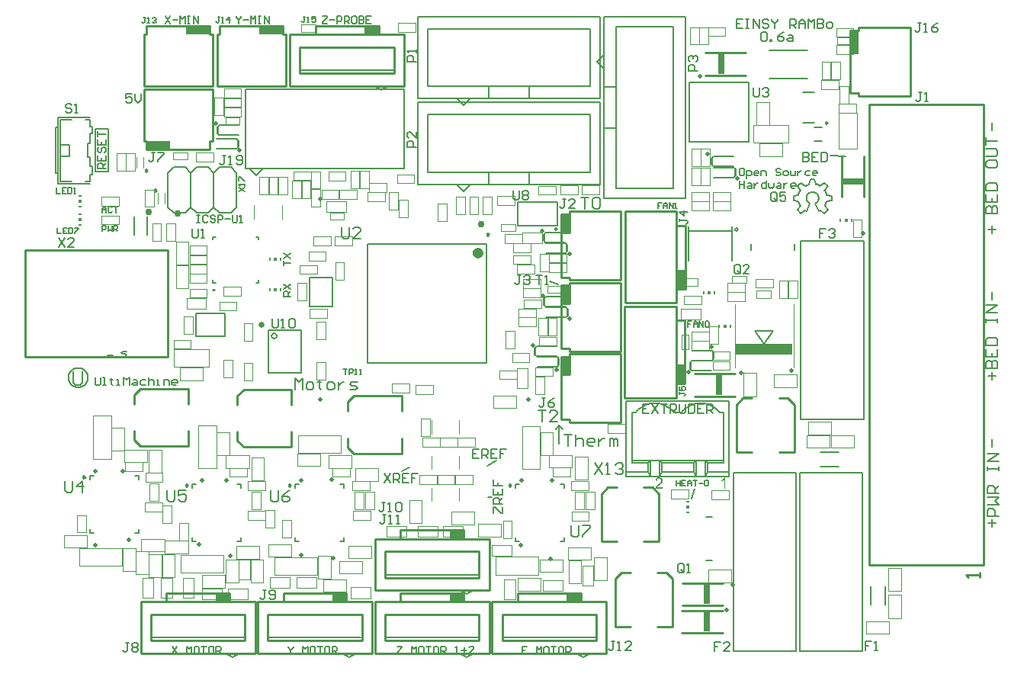
<source format=gto>
G04 Layer_Color=65535*
%FSLAX25Y25*%
%MOIN*%
G70*
G01*
G75*
%ADD11C,0.00800*%
%ADD64C,0.00600*%
%ADD67C,0.01000*%
%ADD91C,0.00700*%
%ADD119C,0.03000*%
%ADD149C,0.00984*%
%ADD150C,0.02362*%
%ADD151C,0.00500*%
%ADD152C,0.01968*%
%ADD153C,0.02000*%
%ADD154C,0.02500*%
%ADD155C,0.00787*%
%ADD156C,0.00197*%
%ADD157C,0.00200*%
%ADD158C,0.00400*%
%ADD159R,0.01200X0.01190*%
%ADD160R,0.01200X0.00600*%
%ADD161R,0.01200X0.00590*%
%ADD162R,0.02953X0.08790*%
%ADD163R,0.08790X0.02953*%
%ADD164R,0.24505X0.04921*%
%ADD165R,0.01190X0.01200*%
%ADD166R,0.00600X0.01200*%
%ADD167R,0.00590X0.01200*%
G36*
X-37645Y-4100D02*
X-47950D01*
Y-350D01*
X-37645D01*
Y-4100D01*
D02*
G37*
G36*
X205104Y-152325D02*
X204492D01*
Y-148439D01*
X204484Y-148447D01*
X204454Y-148477D01*
X204401Y-148515D01*
X204333Y-148568D01*
X204250Y-148636D01*
X204152Y-148704D01*
X204038Y-148787D01*
X203910Y-148863D01*
X203902D01*
X203895Y-148870D01*
X203849Y-148900D01*
X203781Y-148938D01*
X203698Y-148984D01*
X203600Y-149037D01*
X203494Y-149082D01*
X203381Y-149135D01*
X203275Y-149180D01*
Y-148583D01*
X203282D01*
X203297Y-148575D01*
X203328Y-148560D01*
X203358Y-148538D01*
X203403Y-148515D01*
X203456Y-148492D01*
X203577Y-148424D01*
X203713Y-148341D01*
X203865Y-148243D01*
X204016Y-148129D01*
X204159Y-148008D01*
X204167Y-148001D01*
X204174Y-147993D01*
X204220Y-147948D01*
X204288Y-147880D01*
X204371Y-147797D01*
X204462Y-147691D01*
X204552Y-147578D01*
X204636Y-147457D01*
X204704Y-147336D01*
X205104D01*
Y-152325D01*
D02*
G37*
G36*
X176227Y-147343D02*
X176287Y-147351D01*
X176356Y-147358D01*
X176431Y-147366D01*
X176514Y-147389D01*
X176696Y-147434D01*
X176885Y-147502D01*
X176983Y-147547D01*
X177074Y-147600D01*
X177157Y-147668D01*
X177240Y-147736D01*
X177248Y-147744D01*
X177255Y-147751D01*
X177278Y-147774D01*
X177308Y-147804D01*
X177338Y-147850D01*
X177376Y-147895D01*
X177452Y-148008D01*
X177527Y-148152D01*
X177595Y-148318D01*
X177648Y-148507D01*
X177656Y-148613D01*
X177663Y-148719D01*
Y-148734D01*
Y-148772D01*
X177656Y-148832D01*
X177648Y-148908D01*
X177633Y-148999D01*
X177611Y-149097D01*
X177580Y-149203D01*
X177535Y-149309D01*
X177527Y-149324D01*
X177512Y-149362D01*
X177482Y-149415D01*
X177437Y-149490D01*
X177384Y-149581D01*
X177316Y-149687D01*
X177225Y-149793D01*
X177127Y-149914D01*
X177111Y-149929D01*
X177074Y-149974D01*
X177006Y-150042D01*
X176960Y-150087D01*
X176907Y-150140D01*
X176847Y-150201D01*
X176771Y-150269D01*
X176696Y-150337D01*
X176613Y-150420D01*
X176522Y-150503D01*
X176416Y-150594D01*
X176310Y-150685D01*
X176189Y-150791D01*
X176182Y-150798D01*
X176166Y-150813D01*
X176136Y-150836D01*
X176099Y-150866D01*
X176008Y-150942D01*
X175894Y-151040D01*
X175781Y-151146D01*
X175660Y-151252D01*
X175562Y-151342D01*
X175524Y-151380D01*
X175486Y-151418D01*
X175479Y-151426D01*
X175463Y-151448D01*
X175433Y-151479D01*
X175395Y-151524D01*
X175312Y-151622D01*
X175229Y-151743D01*
X177671D01*
Y-152325D01*
X174382D01*
Y-152318D01*
Y-152287D01*
Y-152242D01*
X174390Y-152189D01*
X174398Y-152129D01*
X174405Y-152061D01*
X174428Y-151985D01*
X174450Y-151909D01*
Y-151902D01*
X174458Y-151894D01*
X174473Y-151849D01*
X174503Y-151788D01*
X174549Y-151698D01*
X174602Y-151599D01*
X174677Y-151486D01*
X174753Y-151373D01*
X174851Y-151252D01*
Y-151244D01*
X174866Y-151237D01*
X174904Y-151191D01*
X174964Y-151123D01*
X175055Y-151032D01*
X175169Y-150927D01*
X175305Y-150798D01*
X175471Y-150654D01*
X175652Y-150496D01*
X175660Y-150488D01*
X175690Y-150465D01*
X175728Y-150435D01*
X175781Y-150382D01*
X175849Y-150329D01*
X175925Y-150261D01*
X176091Y-150118D01*
X176272Y-149944D01*
X176454Y-149770D01*
X176544Y-149687D01*
X176620Y-149604D01*
X176688Y-149520D01*
X176749Y-149445D01*
Y-149437D01*
X176764Y-149430D01*
X176779Y-149407D01*
X176794Y-149377D01*
X176839Y-149301D01*
X176892Y-149203D01*
X176945Y-149090D01*
X176991Y-148969D01*
X177021Y-148832D01*
X177036Y-148704D01*
Y-148696D01*
Y-148689D01*
X177028Y-148644D01*
X177021Y-148575D01*
X177006Y-148492D01*
X176968Y-148394D01*
X176923Y-148296D01*
X176862Y-148190D01*
X176771Y-148092D01*
X176756Y-148084D01*
X176726Y-148054D01*
X176665Y-148016D01*
X176590Y-147963D01*
X176492Y-147918D01*
X176378Y-147880D01*
X176242Y-147850D01*
X176091Y-147842D01*
X176046D01*
X176015Y-147850D01*
X175940Y-147857D01*
X175841Y-147872D01*
X175728Y-147910D01*
X175607Y-147956D01*
X175494Y-148024D01*
X175388Y-148114D01*
X175380Y-148129D01*
X175350Y-148160D01*
X175305Y-148220D01*
X175259Y-148303D01*
X175206Y-148409D01*
X175169Y-148530D01*
X175138Y-148674D01*
X175123Y-148840D01*
X174496Y-148772D01*
Y-148764D01*
Y-148742D01*
X174503Y-148704D01*
X174511Y-148659D01*
X174526Y-148598D01*
X174534Y-148530D01*
X174579Y-148379D01*
X174639Y-148205D01*
X174723Y-148031D01*
X174836Y-147857D01*
X174896Y-147782D01*
X174972Y-147706D01*
X174980Y-147698D01*
X174995Y-147691D01*
X175017Y-147668D01*
X175048Y-147646D01*
X175093Y-147623D01*
X175146Y-147585D01*
X175206Y-147555D01*
X175274Y-147517D01*
X175350Y-147487D01*
X175433Y-147449D01*
X175531Y-147419D01*
X175630Y-147396D01*
X175857Y-147351D01*
X175978Y-147343D01*
X176106Y-147336D01*
X176174D01*
X176227Y-147343D01*
D02*
G37*
G36*
X11650Y46250D02*
X1345D01*
Y50000D01*
X11650D01*
Y46250D01*
D02*
G37*
G36*
X-20450D02*
X-30755D01*
Y50000D01*
X-20450D01*
Y46250D01*
D02*
G37*
G36*
X263325Y37820D02*
X259575D01*
Y48125D01*
X263325D01*
Y37820D01*
D02*
G37*
G54D11*
X244375Y-27625D02*
X245158Y-27049D01*
X245689Y-26235D01*
X245901Y-25287D01*
X245767Y-24324D01*
X245304Y-23470D01*
X244571Y-22831D01*
X243661Y-22491D01*
X242689D01*
X241779Y-22831D01*
X241046Y-23470D01*
X240583Y-24324D01*
X240449Y-25287D01*
X240661Y-26235D01*
X241192Y-27049D01*
X241975Y-27625D01*
X237075Y-26725D02*
X237402Y-27657D01*
X237875Y-28525D01*
X237875Y-21925D02*
X237401Y-22792D01*
X237075Y-23725D01*
X241675Y-19225D02*
X240798Y-19510D01*
X239975Y-19925D01*
X246375Y-19925D02*
X245506Y-19455D01*
X244575Y-19125D01*
X249375Y-23725D02*
X249003Y-22786D01*
X248475Y-21925D01*
Y-28525D02*
X248961Y-27560D01*
X249275Y-26525D01*
X210580Y-39009D02*
X210036Y-38260D01*
X209155Y-38546D01*
Y-39472D01*
X210036Y-39758D01*
X210580Y-39009D01*
X148843Y34359D02*
X151830Y37346D01*
X148843Y34359D02*
X151830Y31372D01*
X250975Y-6525D02*
X257575Y-6925D01*
X216239Y-48125D02*
Y-45271D01*
X235188Y-48125D02*
Y-45271D01*
X196479Y-164558D02*
X199333D01*
X196479Y-183506D02*
X199333D01*
X87475Y-19239D02*
X90461Y-22225D01*
X93448Y-19239D01*
X87475Y18261D02*
X90461Y15275D01*
X93448Y18261D01*
X5107Y-101521D02*
X19587D01*
Y-82973D01*
X5107D02*
X19587D01*
X5107Y-101521D02*
Y-82973D01*
X240475Y-31025D02*
X241975Y-27625D01*
X239775Y-30625D02*
X240475Y-31025D01*
X237975Y-31825D02*
X239775Y-30625D01*
X236575Y-30425D02*
X237975Y-31825D01*
X236575Y-30425D02*
X237775Y-28625D01*
X234775Y-26225D02*
X236975Y-26625D01*
X234775Y-26225D02*
Y-24225D01*
X237075Y-23825D01*
X236575Y-20025D02*
X237875Y-21925D01*
X236575Y-20025D02*
X237975Y-18625D01*
X239875Y-19925D01*
X241675Y-19225D02*
X242175Y-16825D01*
X244075D01*
X244575Y-19225D01*
X246375Y-19925D02*
X248375Y-18625D01*
X249775Y-20025D01*
X248375Y-21925D02*
X249775Y-20025D01*
X249275Y-23825D02*
X251475Y-24225D01*
Y-26225D02*
Y-24225D01*
X249275Y-26625D02*
X251475Y-26225D01*
X248475Y-28625D02*
X249775Y-30425D01*
X248375Y-31825D02*
X249775Y-30425D01*
X246575Y-30625D02*
X248375Y-31825D01*
X245775Y-31025D02*
X246575Y-30625D01*
X244375Y-27625D02*
X245775Y-31025D01*
X188875Y-39698D02*
X207824D01*
Y-52710D02*
Y-39698D01*
Y-37729D01*
X188875Y-39698D02*
Y-37729D01*
Y-52710D02*
Y-39698D01*
X218008Y-83406D02*
X225945D01*
X222008Y-88874D02*
X225945Y-83406D01*
X218008D02*
X222008Y-88874D01*
X132400Y-132700D02*
Y-124800D01*
X130900Y-126300D02*
X132400Y-124800D01*
X133900Y-126300D01*
X-64750Y-13600D02*
Y5100D01*
X-70550D02*
X-64750D01*
X-70550Y-13600D02*
Y5100D01*
Y-13600D02*
X-64750D01*
X63700Y-144500D02*
X67100Y-142900D01*
X100800Y-142200D02*
X105000Y-140100D01*
X101200Y-156000D02*
X103000Y-155900D01*
X190300Y-156500D02*
X191500Y-152400D01*
X-4724Y-12323D02*
X64724D01*
Y22323D01*
X-4724D02*
X64724D01*
X-4724Y-12323D02*
Y22323D01*
X-3071Y-12323D02*
X-315Y-15079D01*
X-118Y-15276D01*
X2835Y-12323D01*
X128300Y-61700D02*
X131900Y-62900D01*
X137700Y-168402D02*
Y-172567D01*
X138533Y-173400D01*
X140199D01*
X141032Y-172567D01*
Y-168402D01*
X142698D02*
X146031D01*
Y-169235D01*
X142698Y-172567D01*
Y-173400D01*
X6275Y-153127D02*
Y-157292D01*
X7108Y-158125D01*
X8774D01*
X9607Y-157292D01*
Y-153127D01*
X14605D02*
X12939Y-153960D01*
X11273Y-155626D01*
Y-157292D01*
X12106Y-158125D01*
X13772D01*
X14605Y-157292D01*
Y-156459D01*
X13772Y-155626D01*
X11273D01*
X-38925Y-152827D02*
Y-156992D01*
X-38092Y-157825D01*
X-36426D01*
X-35593Y-156992D01*
Y-152827D01*
X-30595D02*
X-33927D01*
Y-155326D01*
X-32261Y-154493D01*
X-31428D01*
X-30595Y-155326D01*
Y-156992D01*
X-31428Y-157825D01*
X-33094D01*
X-33927Y-156992D01*
X-83625Y-148927D02*
Y-153092D01*
X-82792Y-153925D01*
X-81126D01*
X-80293Y-153092D01*
Y-148927D01*
X-76128Y-153925D02*
Y-148927D01*
X-78627Y-151426D01*
X-75295D01*
X37275Y-37827D02*
Y-41992D01*
X38108Y-42825D01*
X39774D01*
X40607Y-41992D01*
Y-37827D01*
X45605Y-42825D02*
X42273D01*
X45605Y-39493D01*
Y-38660D01*
X44772Y-37827D01*
X43106D01*
X42273Y-38660D01*
X147900Y-141102D02*
X151232Y-146100D01*
Y-141102D02*
X147900Y-146100D01*
X152898D02*
X154564D01*
X153731D01*
Y-141102D01*
X152898Y-141935D01*
X157064D02*
X157897Y-141102D01*
X159563D01*
X160396Y-141935D01*
Y-142768D01*
X159563Y-143601D01*
X158730D01*
X159563D01*
X160396Y-144434D01*
Y-145267D01*
X159563Y-146100D01*
X157897D01*
X157064Y-145267D01*
X-44459Y-5327D02*
X-45792D01*
X-45126D01*
Y-8659D01*
X-45792Y-9325D01*
X-46459D01*
X-47125Y-8659D01*
X-43126Y-5327D02*
X-40461D01*
Y-5993D01*
X-43126Y-8659D01*
Y-9325D01*
X220575Y46707D02*
X221241Y47374D01*
X222574D01*
X223241Y46707D01*
Y44041D01*
X222574Y43375D01*
X221241D01*
X220575Y44041D01*
Y46707D01*
X224573Y43375D02*
Y44041D01*
X225240D01*
Y43375D01*
X224573D01*
X230572Y47374D02*
X229239Y46707D01*
X227906Y45374D01*
Y44041D01*
X228572Y43375D01*
X229905D01*
X230572Y44041D01*
Y44708D01*
X229905Y45374D01*
X227906D01*
X232571Y46041D02*
X233904D01*
X234570Y45374D01*
Y43375D01*
X232571D01*
X231905Y44041D01*
X232571Y44708D01*
X234570D01*
X134700Y-128502D02*
X138032D01*
X136366D01*
Y-133500D01*
X139698Y-128502D02*
Y-133500D01*
Y-131001D01*
X140531Y-130168D01*
X142198D01*
X143031Y-131001D01*
Y-133500D01*
X147196D02*
X145530D01*
X144697Y-132667D01*
Y-131001D01*
X145530Y-130168D01*
X147196D01*
X148029Y-131001D01*
Y-131834D01*
X144697D01*
X149695Y-130168D02*
Y-133500D01*
Y-131834D01*
X150528Y-131001D01*
X151361Y-130168D01*
X152194D01*
X154693Y-133500D02*
Y-130168D01*
X155527D01*
X156360Y-131001D01*
Y-133500D01*
Y-131001D01*
X157193Y-130168D01*
X158026Y-131001D01*
Y-133500D01*
X16775Y-109125D02*
Y-104127D01*
X18441Y-105793D01*
X20107Y-104127D01*
Y-109125D01*
X22606D02*
X24272D01*
X25105Y-108292D01*
Y-106626D01*
X24272Y-105793D01*
X22606D01*
X21773Y-106626D01*
Y-108292D01*
X22606Y-109125D01*
X27605Y-104960D02*
Y-105793D01*
X26772D01*
X28438D01*
X27605D01*
Y-108292D01*
X28438Y-109125D01*
X31770D02*
X33436D01*
X34269Y-108292D01*
Y-106626D01*
X33436Y-105793D01*
X31770D01*
X30937Y-106626D01*
Y-108292D01*
X31770Y-109125D01*
X35935Y-105793D02*
Y-109125D01*
Y-107459D01*
X36768Y-106626D01*
X37601Y-105793D01*
X38434D01*
X40934Y-109125D02*
X43433D01*
X44266Y-108292D01*
X43433Y-107459D01*
X41767D01*
X40934Y-106626D01*
X41767Y-105793D01*
X44266D01*
X321576Y-169125D02*
Y-165793D01*
X319910Y-167459D02*
X323242D01*
X321576Y-134136D02*
Y-130804D01*
X123200Y-118002D02*
X126532D01*
X124866D01*
Y-123000D01*
X131531D02*
X128198D01*
X131531Y-119668D01*
Y-118835D01*
X130698Y-118002D01*
X129031D01*
X128198Y-118835D01*
X142100Y-24902D02*
X145432D01*
X143766D01*
Y-29900D01*
X147098Y-25735D02*
X147931Y-24902D01*
X149598D01*
X150431Y-25735D01*
Y-29067D01*
X149598Y-29900D01*
X147931D01*
X147098Y-29067D01*
Y-25735D01*
X212641Y52873D02*
X209975D01*
Y48875D01*
X212641D01*
X209975Y50874D02*
X211308D01*
X213973Y52873D02*
X215306D01*
X214640D01*
Y48875D01*
X213973D01*
X215306D01*
X217306D02*
Y52873D01*
X219972Y48875D01*
Y52873D01*
X223970Y52207D02*
X223304Y52873D01*
X221971D01*
X221304Y52207D01*
Y51541D01*
X221971Y50874D01*
X223304D01*
X223970Y50208D01*
Y49541D01*
X223304Y48875D01*
X221971D01*
X221304Y49541D01*
X225303Y52873D02*
Y52207D01*
X226636Y50874D01*
X227969Y52207D01*
Y52873D01*
X226636Y50874D02*
Y48875D01*
X233301D02*
Y52873D01*
X235300D01*
X235966Y52207D01*
Y50874D01*
X235300Y50208D01*
X233301D01*
X234633D02*
X235966Y48875D01*
X237299D02*
Y51541D01*
X238632Y52873D01*
X239965Y51541D01*
Y48875D01*
Y50874D01*
X237299D01*
X241298Y48875D02*
Y52873D01*
X242631Y51541D01*
X243964Y52873D01*
Y48875D01*
X245297Y52873D02*
Y48875D01*
X247296D01*
X247962Y49541D01*
Y50208D01*
X247296Y50874D01*
X245297D01*
X247296D01*
X247962Y51541D01*
Y52207D01*
X247296Y52873D01*
X245297D01*
X249962Y48875D02*
X251295D01*
X251961Y49541D01*
Y50874D01*
X251295Y51541D01*
X249962D01*
X249295Y50874D01*
Y49541D01*
X249962Y48875D01*
X324475Y-164425D02*
X319476D01*
Y-161926D01*
X320309Y-161093D01*
X321976D01*
X322809Y-161926D01*
Y-164425D01*
X319476Y-159427D02*
X324475D01*
X322809Y-157761D01*
X324475Y-156095D01*
X319476D01*
X324475Y-154428D02*
X319476D01*
Y-151929D01*
X320309Y-151096D01*
X321976D01*
X322809Y-151929D01*
Y-154428D01*
Y-152762D02*
X324475Y-151096D01*
X319476Y-144432D02*
Y-142766D01*
Y-143599D01*
X324475D01*
Y-144432D01*
Y-142766D01*
Y-140266D02*
X319476D01*
X324475Y-136934D01*
X319476D01*
X319076Y-99525D02*
X324075D01*
Y-97026D01*
X323242Y-96193D01*
X322409D01*
X321576Y-97026D01*
Y-99525D01*
Y-97026D01*
X320743Y-96193D01*
X319910D01*
X319076Y-97026D01*
Y-99525D01*
Y-91195D02*
Y-94527D01*
X324075D01*
Y-91195D01*
X321576Y-94527D02*
Y-92861D01*
X319076Y-89528D02*
X324075D01*
Y-87029D01*
X323242Y-86196D01*
X319910D01*
X319076Y-87029D01*
Y-89528D01*
Y-79532D02*
Y-77865D01*
Y-78699D01*
X324075D01*
Y-79532D01*
Y-77865D01*
Y-75366D02*
X319076D01*
X324075Y-72034D01*
X319076D01*
X321576Y-104625D02*
Y-101293D01*
X319910Y-102959D02*
X323242D01*
X321576Y-69636D02*
Y-66304D01*
Y-40625D02*
Y-37293D01*
X319910Y-38959D02*
X323242D01*
X321576Y4360D02*
Y7693D01*
X319076Y-32025D02*
X324075D01*
Y-29526D01*
X323242Y-28693D01*
X322409D01*
X321576Y-29526D01*
Y-32025D01*
Y-29526D01*
X320743Y-28693D01*
X319910D01*
X319076Y-29526D01*
Y-32025D01*
Y-23695D02*
Y-27027D01*
X324075D01*
Y-23695D01*
X321576Y-27027D02*
Y-25361D01*
X319076Y-22028D02*
X324075D01*
Y-19529D01*
X323242Y-18696D01*
X319910D01*
X319076Y-19529D01*
Y-22028D01*
Y-9533D02*
Y-11199D01*
X319910Y-12032D01*
X323242D01*
X324075Y-11199D01*
Y-9533D01*
X323242Y-8699D01*
X319910D01*
X319076Y-9533D01*
Y-7033D02*
X323242D01*
X324075Y-6200D01*
Y-4534D01*
X323242Y-3701D01*
X319076D01*
Y-2035D02*
Y1297D01*
Y-369D01*
X324075D01*
G54D64*
X9087Y-85521D02*
X8736Y-84673D01*
X7887Y-84321D01*
X7039Y-84673D01*
X6687Y-85521D01*
X7039Y-86370D01*
X7887Y-86721D01*
X8736Y-86370D01*
X9087Y-85521D01*
X202575Y-119125D02*
X201955Y-118375D01*
X201269Y-117684D01*
X200522Y-117061D01*
X199720Y-116509D01*
X198871Y-116034D01*
X197981Y-115639D01*
X197058Y-115329D01*
X196111Y-115105D01*
X195147Y-114970D01*
X194175Y-114925D01*
X193202Y-114970D01*
X192239Y-115105D01*
X191291Y-115329D01*
X190369Y-115639D01*
X189479Y-116034D01*
X188630Y-116509D01*
X187828Y-117061D01*
X187081Y-117684D01*
X186394Y-118375D01*
X185775Y-119125D01*
X182575D02*
X181955Y-118375D01*
X181269Y-117684D01*
X180522Y-117061D01*
X179720Y-116509D01*
X178870Y-116034D01*
X177981Y-115639D01*
X177058Y-115329D01*
X176111Y-115105D01*
X175147Y-114970D01*
X174175Y-114925D01*
X173203Y-114970D01*
X172239Y-115105D01*
X171291Y-115329D01*
X170369Y-115639D01*
X169479Y-116034D01*
X168630Y-116509D01*
X167828Y-117061D01*
X167080Y-117684D01*
X166394Y-118375D01*
X165775Y-119125D01*
X131760Y-37318D02*
Y-27082D01*
X114240D02*
X131760D01*
X114240Y-37318D02*
Y-27082D01*
Y-37318D02*
X131760D01*
X151830Y-25458D02*
Y54149D01*
Y-25458D02*
X187657D01*
Y54149D01*
X151830D02*
X187657D01*
X151830Y23204D02*
X157145D01*
X151830Y5487D02*
X157145D01*
X-45600Y-217400D02*
X-5421D01*
X-10500Y-226000D02*
X-7500Y-224300D01*
X-13500D02*
X-10500Y-226000D01*
X37681Y-224300D02*
X40681Y-226000D01*
X43681Y-224300D01*
X5581Y-217400D02*
X45760D01*
X56762Y-189841D02*
X96941D01*
X91862Y-198441D02*
X94862Y-196741D01*
X88862D02*
X91862Y-198441D01*
X88862Y-224300D02*
X91862Y-226000D01*
X94862Y-224300D01*
X56762Y-217400D02*
X96941D01*
X107983Y-217361D02*
X148161D01*
X143083Y-225961D02*
X146083Y-224261D01*
X140083D02*
X143083Y-225961D01*
X51695Y23742D02*
X54695Y22042D01*
X57695Y23742D01*
X19595Y30643D02*
X59774D01*
X70672Y-19239D02*
X150278D01*
Y16588D01*
X70672D02*
X150278D01*
X70672Y-19239D02*
Y16588D01*
X101617Y-19239D02*
Y-13924D01*
X119333Y-19239D02*
Y-13924D01*
X70672Y18261D02*
X150278D01*
Y54088D01*
X70672D02*
X150278D01*
X70672Y18261D02*
Y54088D01*
X101617Y18261D02*
Y23576D01*
X119333Y18261D02*
Y23576D01*
X161675Y-113925D02*
X206675D01*
Y-146925D02*
Y-144925D01*
Y-113925D01*
X204175Y-139925D02*
Y-118925D01*
Y-140925D02*
Y-139925D01*
X182675Y-118925D02*
X185675D01*
X202475D02*
X204175D01*
X196175Y-139925D02*
X204175D01*
X192175D02*
X196175D01*
X176175D02*
X192175D01*
X172175D02*
X176175D01*
X196175Y-146925D02*
X206675D01*
X192175D02*
X196175D01*
X176175D02*
X192175D01*
X172175D02*
X176175D01*
X197175Y-144925D02*
X206675D01*
X177175D02*
X191175D01*
X177175Y-140925D02*
X191175D01*
X197175D02*
X204175D01*
X192175Y-146925D02*
Y-139925D01*
X196175Y-146925D02*
Y-139925D01*
X197175Y-144925D02*
Y-140925D01*
X191175Y-144925D02*
Y-140925D01*
Y-144925D02*
X192175Y-146925D01*
X196175D02*
X197175Y-144925D01*
X196175Y-139925D02*
X197175Y-140925D01*
X191175D02*
X192175Y-139925D01*
X164175Y-118925D02*
X165675D01*
X176175Y-146925D02*
Y-139925D01*
X172175Y-146925D02*
Y-139925D01*
X171175Y-144925D02*
Y-140925D01*
Y-144925D02*
X172175Y-146925D01*
X171175Y-140925D02*
X172175Y-139925D01*
X176175Y-146925D02*
X177175Y-144925D01*
Y-140925D01*
X176175Y-139925D02*
X177175Y-140925D01*
X164175D02*
Y-139925D01*
X171175Y-140925D02*
X172175Y-139925D01*
X171175Y-144925D02*
X172175Y-146925D01*
X164175Y-140925D02*
X171175D01*
X161675Y-144925D02*
X171175D01*
X164175Y-139925D02*
X172175D01*
X164175Y-118925D02*
X165875D01*
X164175Y-139925D02*
Y-118925D01*
X161675Y-144925D02*
Y-113925D01*
Y-146925D02*
Y-144925D01*
Y-146925D02*
X172175D01*
X-16172Y-31769D02*
X-11173D01*
X-8672Y-29269D02*
Y-14269D01*
X-11173Y-11769D02*
X-8672Y-14269D01*
X-16172Y-11769D02*
X-11173D01*
X-18673Y-14269D02*
X-16172Y-11769D01*
X-11173Y-31769D02*
X-8672Y-29269D01*
X-18673D02*
X-16172Y-31769D01*
X-36172D02*
X-31172D01*
X-26172D02*
X-21172D01*
X-18673Y-29269D02*
Y-14269D01*
X-28672Y-29269D02*
Y-14269D01*
X-21172Y-11769D02*
X-18673Y-14269D01*
X-26172Y-11769D02*
X-21172D01*
X-28672Y-14269D02*
X-26172Y-11769D01*
X-31172D02*
X-28672Y-14269D01*
X-36172Y-11769D02*
X-31172D01*
X-38672Y-14269D02*
X-36172Y-11769D01*
X-38672Y-29269D02*
Y-14269D01*
X-21172Y-31769D02*
X-18673Y-29269D01*
X-28672D02*
X-26172Y-31769D01*
X-31172D02*
X-28672Y-29269D01*
X-38672D02*
X-36172Y-31769D01*
X-74752Y-17828D02*
X-72752D01*
X-85752D02*
X-80752D01*
X-85752Y9172D02*
X-80752D01*
X-74752D02*
X-72752D01*
Y-17828D02*
Y-14828D01*
X-71752D01*
Y-11328D01*
X-72752D02*
X-71752D01*
X-72752D02*
Y-7328D01*
X-73752D02*
X-72752D01*
X-73752D02*
Y-1328D01*
X-72752D01*
Y3172D01*
X-71752D01*
Y6172D01*
X-72752D02*
X-71752D01*
X-72752D02*
Y9172D01*
X-85752Y-17828D02*
Y-6828D01*
X-81752D01*
Y-1828D01*
X-85752Y-6828D02*
Y-1828D01*
X-81752D01*
X-87752Y-14328D02*
Y-9328D01*
Y672D01*
X-86752Y-14328D02*
Y10172D01*
X-87752Y-14328D02*
X-86752D01*
X-87752Y672D02*
Y5672D01*
X-86752D01*
X-85752Y-1828D02*
Y9172D01*
X-86752Y10172D02*
X-72752D01*
X-86752Y-18828D02*
Y-14328D01*
Y-18828D02*
X-72752D01*
X-53264Y-41300D02*
Y-33363D01*
X-47708Y-41300D02*
Y-33363D01*
X185101Y-34267D02*
Y-35434D01*
Y-34851D01*
X188017D01*
X188600Y-35434D01*
Y-36017D01*
X188017Y-36600D01*
X188600Y-31352D02*
X185101D01*
X186851Y-33101D01*
Y-30768D01*
X-25925Y-32626D02*
X-24859D01*
X-25392D01*
Y-35825D01*
X-25925D01*
X-24859D01*
X-21127Y-33159D02*
X-21660Y-32626D01*
X-22726D01*
X-23259Y-33159D01*
Y-35292D01*
X-22726Y-35825D01*
X-21660D01*
X-21127Y-35292D01*
X-17928Y-33159D02*
X-18461Y-32626D01*
X-19527D01*
X-20060Y-33159D01*
Y-33693D01*
X-19527Y-34226D01*
X-18461D01*
X-17928Y-34759D01*
Y-35292D01*
X-18461Y-35825D01*
X-19527D01*
X-20060Y-35292D01*
X-16861Y-35825D02*
Y-32626D01*
X-15262D01*
X-14729Y-33159D01*
Y-34226D01*
X-15262Y-34759D01*
X-16861D01*
X-13663Y-34226D02*
X-11530D01*
X-10464Y-32626D02*
Y-35292D01*
X-9930Y-35825D01*
X-8864D01*
X-8331Y-35292D01*
Y-32626D01*
X-7265Y-35825D02*
X-6198D01*
X-6731D01*
Y-32626D01*
X-7265Y-33159D01*
X28900Y54199D02*
X31033D01*
Y53666D01*
X28900Y51533D01*
Y51000D01*
X31033D01*
X32099Y52600D02*
X34232D01*
X35298Y51000D02*
Y54199D01*
X36897D01*
X37431Y53666D01*
Y52600D01*
X36897Y52066D01*
X35298D01*
X38497Y51000D02*
Y54199D01*
X40096D01*
X40630Y53666D01*
Y52600D01*
X40096Y52066D01*
X38497D01*
X39563D02*
X40630Y51000D01*
X43295Y54199D02*
X42229D01*
X41696Y53666D01*
Y51533D01*
X42229Y51000D01*
X43295D01*
X43828Y51533D01*
Y53666D01*
X43295Y54199D01*
X44895D02*
Y51000D01*
X46494D01*
X47028Y51533D01*
Y52066D01*
X46494Y52600D01*
X44895D01*
X46494D01*
X47028Y53133D01*
Y53666D01*
X46494Y54199D01*
X44895D01*
X50226D02*
X48094D01*
Y51000D01*
X50226D01*
X48094Y52600D02*
X49160D01*
X-8800Y54199D02*
Y53666D01*
X-7734Y52600D01*
X-6667Y53666D01*
Y54199D01*
X-7734Y52600D02*
Y51000D01*
X-5601Y52600D02*
X-3468D01*
X-2402Y51000D02*
Y54199D01*
X-1336Y53133D01*
X-269Y54199D01*
Y51000D01*
X797Y54199D02*
X1863D01*
X1330D01*
Y51000D01*
X797D01*
X1863D01*
X3463D02*
Y54199D01*
X5595Y51000D01*
Y54199D01*
X-39700D02*
X-37567Y51000D01*
Y54199D02*
X-39700Y51000D01*
X-36501Y52600D02*
X-34368D01*
X-33302Y51000D02*
Y54199D01*
X-32236Y53133D01*
X-31169Y54199D01*
Y51000D01*
X-30103Y54199D02*
X-29037D01*
X-29570D01*
Y51000D01*
X-30103D01*
X-29037D01*
X-27437D02*
Y54199D01*
X-25305Y51000D01*
Y54199D01*
X11901Y-54700D02*
Y-52567D01*
Y-53634D01*
X15100D01*
X11901Y-51501D02*
X15100Y-49368D01*
X11901D02*
X15100Y-51501D01*
X-80025Y-100927D02*
Y-105926D01*
X-79026Y-106925D01*
X-77026D01*
X-76026Y-105926D01*
Y-100927D01*
X-36800Y-221201D02*
X-34667Y-224400D01*
Y-221201D02*
X-36800Y-224400D01*
X-30402D02*
Y-221201D01*
X-29336Y-222267D01*
X-28269Y-221201D01*
Y-224400D01*
X-25604Y-221201D02*
X-26670D01*
X-27203Y-221734D01*
Y-223867D01*
X-26670Y-224400D01*
X-25604D01*
X-25070Y-223867D01*
Y-221734D01*
X-25604Y-221201D01*
X-24004D02*
X-21871D01*
X-22938D01*
Y-224400D01*
X-19206Y-221201D02*
X-20272D01*
X-20805Y-221734D01*
Y-223867D01*
X-20272Y-224400D01*
X-19206D01*
X-18673Y-223867D01*
Y-221734D01*
X-19206Y-221201D01*
X-17606Y-224400D02*
Y-221201D01*
X-16007D01*
X-15473Y-221734D01*
Y-222800D01*
X-16007Y-223334D01*
X-17606D01*
X-16540D02*
X-15473Y-224400D01*
X-59025Y-94525D02*
X-57426D01*
X-56893Y-93992D01*
X-57426Y-93459D01*
X-58492D01*
X-59025Y-92926D01*
X-58492Y-92393D01*
X-56893D01*
X61475Y-221226D02*
X63607D01*
Y-221759D01*
X61475Y-223892D01*
Y-224425D01*
X63607D01*
X67873D02*
Y-221226D01*
X68939Y-222293D01*
X70005Y-221226D01*
Y-224425D01*
X72671Y-221226D02*
X71605D01*
X71072Y-221759D01*
Y-223892D01*
X71605Y-224425D01*
X72671D01*
X73204Y-223892D01*
Y-221759D01*
X72671Y-221226D01*
X74271D02*
X76403D01*
X75337D01*
Y-224425D01*
X79069Y-221226D02*
X78003D01*
X77470Y-221759D01*
Y-223892D01*
X78003Y-224425D01*
X79069D01*
X79602Y-223892D01*
Y-221759D01*
X79069Y-221226D01*
X80669Y-224425D02*
Y-221226D01*
X82268D01*
X82801Y-221759D01*
Y-222826D01*
X82268Y-223359D01*
X80669D01*
X81735D02*
X82801Y-224425D01*
X87067D02*
X88133D01*
X87600D01*
Y-221226D01*
X87067Y-221759D01*
X89732Y-222826D02*
X91865D01*
X90799Y-221759D02*
Y-223892D01*
X95064Y-224425D02*
X92931D01*
X95064Y-222293D01*
Y-221759D01*
X94531Y-221226D01*
X93464D01*
X92931Y-221759D01*
X-65025Y-94026D02*
X-62893D01*
X13975Y-221226D02*
Y-221759D01*
X15041Y-222826D01*
X16107Y-221759D01*
Y-221226D01*
X15041Y-222826D02*
Y-224425D01*
X20373D02*
Y-221226D01*
X21439Y-222293D01*
X22505Y-221226D01*
Y-224425D01*
X25171Y-221226D02*
X24105D01*
X23572Y-221759D01*
Y-223892D01*
X24105Y-224425D01*
X25171D01*
X25704Y-223892D01*
Y-221759D01*
X25171Y-221226D01*
X26771D02*
X28903D01*
X27837D01*
Y-224425D01*
X31569Y-221226D02*
X30503D01*
X29970Y-221759D01*
Y-223892D01*
X30503Y-224425D01*
X31569D01*
X32102Y-223892D01*
Y-221759D01*
X31569Y-221226D01*
X33169Y-224425D02*
Y-221226D01*
X34768D01*
X35301Y-221759D01*
Y-222826D01*
X34768Y-223359D01*
X33169D01*
X34235D02*
X35301Y-224425D01*
X211275Y-17726D02*
Y-20925D01*
Y-19326D01*
X213407D01*
Y-17726D01*
Y-20925D01*
X215007Y-18793D02*
X216073D01*
X216606Y-19326D01*
Y-20925D01*
X215007D01*
X214474Y-20392D01*
X215007Y-19859D01*
X216606D01*
X217673Y-18793D02*
Y-20925D01*
Y-19859D01*
X218206Y-19326D01*
X218739Y-18793D01*
X219272D01*
X223004Y-17726D02*
Y-20925D01*
X221405D01*
X220872Y-20392D01*
Y-19326D01*
X221405Y-18793D01*
X223004D01*
X224071D02*
Y-20392D01*
X224604Y-20925D01*
X225137Y-20392D01*
X225670Y-20925D01*
X226203Y-20392D01*
Y-18793D01*
X227803D02*
X228869D01*
X229402Y-19326D01*
Y-20925D01*
X227803D01*
X227270Y-20392D01*
X227803Y-19859D01*
X229402D01*
X230469Y-18793D02*
Y-20925D01*
Y-19859D01*
X231002Y-19326D01*
X231535Y-18793D01*
X232068D01*
X235267Y-20925D02*
X234201D01*
X233668Y-20392D01*
Y-19326D01*
X234201Y-18793D01*
X235267D01*
X235800Y-19326D01*
Y-19859D01*
X233668D01*
X212774Y-12226D02*
X211708D01*
X211175Y-12759D01*
Y-14892D01*
X211708Y-15425D01*
X212774D01*
X213307Y-14892D01*
Y-12759D01*
X212774Y-12226D01*
X214374Y-16491D02*
Y-13293D01*
X215973D01*
X216506Y-13826D01*
Y-14892D01*
X215973Y-15425D01*
X214374D01*
X219172D02*
X218106D01*
X217573Y-14892D01*
Y-13826D01*
X218106Y-13293D01*
X219172D01*
X219705Y-13826D01*
Y-14359D01*
X217573D01*
X220772Y-15425D02*
Y-13293D01*
X222371D01*
X222904Y-13826D01*
Y-15425D01*
X229302Y-12759D02*
X228769Y-12226D01*
X227703D01*
X227170Y-12759D01*
Y-13293D01*
X227703Y-13826D01*
X228769D01*
X229302Y-14359D01*
Y-14892D01*
X228769Y-15425D01*
X227703D01*
X227170Y-14892D01*
X230902Y-15425D02*
X231968D01*
X232501Y-14892D01*
Y-13826D01*
X231968Y-13293D01*
X230902D01*
X230369Y-13826D01*
Y-14892D01*
X230902Y-15425D01*
X233568Y-13293D02*
Y-14892D01*
X234101Y-15425D01*
X235700D01*
Y-13293D01*
X236767D02*
Y-15425D01*
Y-14359D01*
X237300Y-13826D01*
X237833Y-13293D01*
X238366D01*
X242098D02*
X240499D01*
X239966Y-13826D01*
Y-14892D01*
X240499Y-15425D01*
X242098D01*
X244764D02*
X243698D01*
X243164Y-14892D01*
Y-13826D01*
X243698Y-13293D01*
X244764D01*
X245297Y-13826D01*
Y-14359D01*
X243164D01*
X118307Y-221426D02*
X116175D01*
Y-224625D01*
X118307D01*
X116175Y-223026D02*
X117241D01*
X122573Y-224625D02*
Y-221426D01*
X123639Y-222493D01*
X124705Y-221426D01*
Y-224625D01*
X127371Y-221426D02*
X126305D01*
X125772Y-221959D01*
Y-224092D01*
X126305Y-224625D01*
X127371D01*
X127904Y-224092D01*
Y-221959D01*
X127371Y-221426D01*
X128971D02*
X131103D01*
X130037D01*
Y-224625D01*
X133769Y-221426D02*
X132703D01*
X132170Y-221959D01*
Y-224092D01*
X132703Y-224625D01*
X133769D01*
X134302Y-224092D01*
Y-221959D01*
X133769Y-221426D01*
X135369Y-224625D02*
Y-221426D01*
X136968D01*
X137501Y-221959D01*
Y-223026D01*
X136968Y-223559D01*
X135369D01*
X136435D02*
X137501Y-224625D01*
X15100Y-68200D02*
X11901D01*
Y-66601D01*
X12434Y-66067D01*
X13500D01*
X14034Y-66601D01*
Y-68200D01*
Y-67134D02*
X15100Y-66067D01*
X11901Y-65001D02*
X15100Y-62868D01*
X11901D02*
X15100Y-65001D01*
X-65850Y-12400D02*
X-69349D01*
Y-10651D01*
X-68766Y-10067D01*
X-67600D01*
X-67017Y-10651D01*
Y-12400D01*
Y-11234D02*
X-65850Y-10067D01*
X-69349Y-6569D02*
Y-8901D01*
X-65850D01*
Y-6569D01*
X-67600Y-8901D02*
Y-7735D01*
X-68766Y-3070D02*
X-69349Y-3653D01*
Y-4819D01*
X-68766Y-5402D01*
X-68183D01*
X-67600Y-4819D01*
Y-3653D01*
X-67017Y-3070D01*
X-66434D01*
X-65850Y-3653D01*
Y-4819D01*
X-66434Y-5402D01*
X-69349Y429D02*
Y-1903D01*
X-65850D01*
Y429D01*
X-67600Y-1903D02*
Y-737D01*
X-69349Y1595D02*
Y3928D01*
Y2762D01*
X-65850D01*
G54D67*
X-43825Y-21869D02*
X-44485Y-21488D01*
Y-22251D01*
X-43825Y-21869D01*
X-47828Y-13169D02*
X-48488Y-12787D01*
Y-13550D01*
X-47828Y-13169D01*
X267775Y-185775D02*
X317775D01*
Y15725D01*
X267775D02*
X317775D01*
X267775Y-185775D02*
Y15725D01*
X179217Y-189014D02*
X181973Y-191770D01*
X181973Y-212636D02*
Y-191770D01*
X175280Y-189014D02*
X179217D01*
X156776Y-212636D02*
Y-191770D01*
X156776D02*
X159532Y-189014D01*
X163469D01*
X156776Y-212636D02*
X163469D01*
X175280D02*
X181973D01*
X39928Y-114483D02*
X42684Y-111727D01*
Y-111727D02*
X63550D01*
X39928Y-118420D02*
Y-114483D01*
X42684Y-136924D02*
X63550D01*
X39928Y-134168D02*
X42684Y-136924D01*
X39928Y-134168D02*
Y-130231D01*
X63550Y-136924D02*
Y-130231D01*
Y-118420D02*
Y-111727D01*
X-8275Y-111658D02*
X-5519Y-108902D01*
Y-108902D02*
X15347D01*
X-8275Y-115594D02*
Y-111658D01*
X-5519Y-134098D02*
X15347D01*
X-8275Y-131342D02*
X-5519Y-134098D01*
X-8275Y-131342D02*
Y-127406D01*
X15347Y-134098D02*
Y-127406D01*
Y-115594D02*
Y-108902D01*
X173317Y-151814D02*
X176073Y-154570D01*
X176073Y-175436D02*
Y-154570D01*
X169380Y-151814D02*
X173317D01*
X150876Y-175436D02*
Y-154570D01*
X150876D02*
X153632Y-151814D01*
X157569D01*
X150876Y-175436D02*
X157569D01*
X169380D02*
X176073D01*
X232417Y-112814D02*
X235173Y-115570D01*
X235173Y-136436D02*
Y-115570D01*
X228480Y-112814D02*
X232417D01*
X209976Y-136436D02*
Y-115570D01*
X209976D02*
X212732Y-112814D01*
X216669D01*
X209976Y-136436D02*
X216669D01*
X228480D02*
X235173D01*
X-53436Y-111283D02*
X-50680Y-108527D01*
Y-108527D02*
X-29814D01*
X-53436Y-115220D02*
Y-111283D01*
X-50680Y-133724D02*
X-29814D01*
X-53436Y-130968D02*
X-50680Y-133724D01*
X-53436Y-130968D02*
Y-127031D01*
X-29814Y-133724D02*
Y-127031D01*
Y-115220D02*
Y-108527D01*
X-50500Y-201750D02*
X-39300D01*
Y-198000D01*
X-11750Y-201750D02*
X-500D01*
Y-224300D02*
Y-201750D01*
X-50500Y-224300D02*
X-500D01*
X-50500D02*
Y-201750D01*
X-4988Y-218800D02*
Y-207291D01*
X-46100Y-218800D02*
X-4988D01*
X-46100D02*
Y-207291D01*
X-4988D01*
X-39373Y-201778D02*
X-11823D01*
X-39300Y-198000D02*
X-11750D01*
Y-201750D02*
Y-198000D01*
X-17500Y-199000D02*
X-11750D01*
X-17500Y-201778D02*
Y-198000D01*
Y-200000D02*
X-11850D01*
X-17500Y-200900D02*
X-11750D01*
X33681D02*
X39431D01*
X33681Y-200000D02*
X39331D01*
X33681Y-201778D02*
Y-198000D01*
Y-199000D02*
X39431D01*
Y-201750D02*
Y-198000D01*
X11881D02*
X39431D01*
X11808Y-201778D02*
X39358D01*
X5081Y-207291D02*
X46193D01*
X5081Y-218800D02*
Y-207291D01*
Y-218800D02*
X46193D01*
Y-207291D01*
X681Y-224300D02*
Y-201750D01*
Y-224300D02*
X50681D01*
Y-201750D01*
X39431D02*
X50681D01*
X11881D02*
Y-198000D01*
X681Y-201750D02*
X11881D01*
X51862Y-174191D02*
X63062D01*
Y-170441D01*
X90612Y-174191D02*
X101862D01*
Y-196741D02*
Y-174191D01*
X51862Y-196741D02*
X101862D01*
X51862D02*
Y-174191D01*
X97374Y-191241D02*
Y-179732D01*
X56262Y-191241D02*
X97374D01*
X56262D02*
Y-179732D01*
X97374D01*
X62989Y-174218D02*
X90539D01*
X63062Y-170441D02*
X90612D01*
Y-174191D02*
Y-170441D01*
X84862Y-171441D02*
X90612D01*
X84862Y-174218D02*
Y-170441D01*
Y-172441D02*
X90512D01*
X84862Y-173341D02*
X90612D01*
X84862Y-200900D02*
X90612D01*
X84862Y-200000D02*
X90512D01*
X84862Y-201778D02*
Y-198000D01*
Y-199000D02*
X90612D01*
Y-201750D02*
Y-198000D01*
X63062D02*
X90612D01*
X62989Y-201778D02*
X90539D01*
X56262Y-207291D02*
X97374D01*
X56262Y-218800D02*
Y-207291D01*
Y-218800D02*
X97374D01*
Y-207291D01*
X51862Y-224300D02*
Y-201750D01*
Y-224300D02*
X101862D01*
Y-201750D01*
X90612D02*
X101862D01*
X63062D02*
Y-198000D01*
X51862Y-201750D02*
X63062D01*
X103083Y-201711D02*
X114283D01*
Y-197961D01*
X141833Y-201711D02*
X153083D01*
Y-224261D02*
Y-201711D01*
X103083Y-224261D02*
X153083D01*
X103083D02*
Y-201711D01*
X148594Y-218761D02*
Y-207252D01*
X107483Y-218761D02*
X148594D01*
X107483D02*
Y-207252D01*
X148594D01*
X114209Y-201738D02*
X141759D01*
X114283Y-197961D02*
X141833D01*
Y-201711D02*
Y-197961D01*
X136083Y-198961D02*
X141833D01*
X136083Y-201738D02*
Y-197961D01*
Y-199961D02*
X141733D01*
X136083Y-200861D02*
X141833D01*
X47695Y47142D02*
X53445D01*
X47695Y48043D02*
X53345D01*
X47695Y46265D02*
Y50042D01*
Y49042D02*
X53445D01*
Y46292D02*
Y50042D01*
X25895D02*
X53445D01*
X25822Y46265D02*
X53372D01*
X19095Y40751D02*
X60207D01*
X19095Y29243D02*
Y40751D01*
Y29243D02*
X60207D01*
Y40751D01*
X14695Y23742D02*
Y46292D01*
Y23742D02*
X64695D01*
Y46292D01*
X53445D02*
X64695D01*
X25895D02*
Y50042D01*
X14695Y46292D02*
X25895D01*
X-17100Y23700D02*
Y46250D01*
Y23700D02*
X12900D01*
Y46250D01*
X11650D02*
X12900D01*
X11650D02*
Y50000D01*
X-15900D02*
X11650D01*
X-15900Y46250D02*
Y50000D01*
X-17100Y46250D02*
X-15900D01*
X-49200Y23700D02*
Y46250D01*
Y23700D02*
X-19200D01*
Y46250D01*
X-20450D02*
X-19200D01*
X-20450D02*
Y50000D01*
X-48000D02*
X-20450D01*
X-48000Y46250D02*
Y50000D01*
X-49200Y46250D02*
X-48000D01*
X183625Y-106275D02*
Y-98369D01*
X187375D01*
X186421Y-106269D02*
Y-98369D01*
X185500Y-106248D02*
Y-98369D01*
X184520Y-106275D02*
Y-98369D01*
X183725Y-64875D02*
Y-56968D01*
X187475D01*
X186521Y-64868D02*
Y-56968D01*
X185600Y-64848D02*
Y-56968D01*
X184620Y-64875D02*
Y-56968D01*
X136864Y-40217D02*
Y-32310D01*
X133114Y-40217D02*
X136864D01*
X134069D02*
Y-32317D01*
X134989Y-40217D02*
Y-32337D01*
X135968Y-40217D02*
Y-32310D01*
X136864Y-71319D02*
Y-63412D01*
X133114Y-71319D02*
X136864D01*
X134069D02*
Y-63419D01*
X134989Y-71319D02*
Y-63440D01*
X135968Y-71319D02*
Y-63412D01*
X136864Y-102421D02*
Y-94515D01*
X133114Y-102421D02*
X136864D01*
X134069D02*
Y-94521D01*
X134989Y-102421D02*
Y-94542D01*
X135968Y-102421D02*
Y-94515D01*
X183625Y-106275D02*
Y-78725D01*
X161075Y-72525D02*
X183625D01*
X161075Y-112525D02*
Y-72525D01*
Y-112525D02*
X183625D01*
Y-106275D01*
X187375D01*
Y-78725D01*
X183625D02*
X187375D01*
X183625D02*
Y-72525D01*
X183725Y-64875D02*
Y-37325D01*
X161175Y-31125D02*
X183725D01*
X161175Y-71125D02*
Y-31125D01*
Y-71125D02*
X183725D01*
Y-64875D01*
X187475D01*
Y-37325D01*
X183725D02*
X187475D01*
X183725D02*
Y-31125D01*
X136864Y-61060D02*
X159414D01*
Y-31060D01*
X136864D02*
X159414D01*
X136864Y-32310D02*
Y-31060D01*
X133114Y-32310D02*
X136864D01*
X133114Y-59860D02*
Y-32310D01*
Y-59860D02*
X136864D01*
Y-61060D02*
Y-59860D01*
Y-123265D02*
X159414D01*
Y-93265D01*
X136864D02*
X159414D01*
X136864Y-94515D02*
Y-93265D01*
X133114Y-94515D02*
X136864D01*
X133114Y-122065D02*
Y-94515D01*
Y-122065D02*
X136864D01*
Y-123265D02*
Y-122065D01*
X-100901Y-48028D02*
X-38841D01*
X-100901Y-94557D02*
Y-48028D01*
Y-94557D02*
X-38841D01*
Y-48028D01*
X263325Y19375D02*
X285875D01*
Y49375D01*
X263325D02*
X285875D01*
X263325Y48125D02*
Y49375D01*
X259575Y48125D02*
X263325D01*
X259575Y20575D02*
Y48125D01*
Y20575D02*
X263325D01*
Y19375D02*
Y20575D01*
X196217Y28354D02*
X213975D01*
X196217Y38275D02*
X213975D01*
X186146Y-193536D02*
X203905D01*
X186146Y-203457D02*
X203905D01*
X265721Y-24758D02*
Y-7000D01*
X255800Y-24758D02*
Y-7000D01*
X191575Y-102004D02*
X209333D01*
X191575Y-111925D02*
X209333D01*
X136864Y-92162D02*
X159414D01*
Y-62162D01*
X136864D02*
X159414D01*
X136864Y-63412D02*
Y-62162D01*
X133114Y-63412D02*
X136864D01*
X133114Y-90962D02*
Y-63412D01*
Y-90962D02*
X136864D01*
Y-92162D02*
Y-90962D01*
X-19200Y-350D02*
Y22200D01*
X-49200D02*
X-19200D01*
X-49200Y-350D02*
Y22200D01*
Y-350D02*
X-47950D01*
Y-4100D02*
Y-350D01*
Y-4100D02*
X-20400D01*
Y-350D01*
X-19200D01*
X186056Y-215442D02*
X203814D01*
X186056Y-205521D02*
X203814D01*
X316275Y-190925D02*
Y-188926D01*
Y-189926D01*
X310277D01*
X311276Y-190925D01*
G54D91*
X189283Y-717D02*
Y25267D01*
Y-717D02*
X215267D01*
Y25267D01*
X189283D02*
X215267D01*
X217175Y22873D02*
Y19541D01*
X217841Y18875D01*
X219174D01*
X219841Y19541D01*
Y22873D01*
X221174Y22207D02*
X221840Y22873D01*
X223173D01*
X223839Y22207D01*
Y21541D01*
X223173Y20874D01*
X222506D01*
X223173D01*
X223839Y20208D01*
Y19541D01*
X223173Y18875D01*
X221840D01*
X221174Y19541D01*
X-13434Y-6701D02*
X-14767D01*
X-14101D01*
Y-10034D01*
X-14767Y-10700D01*
X-15434D01*
X-16100Y-10034D01*
X-12101Y-10700D02*
X-10768D01*
X-11435D01*
Y-6701D01*
X-12101Y-7368D01*
X-8769Y-10034D02*
X-8103Y-10700D01*
X-6770D01*
X-6103Y-10034D01*
Y-7368D01*
X-6770Y-6701D01*
X-8103D01*
X-8769Y-7368D01*
Y-8034D01*
X-8103Y-8701D01*
X-6103D01*
X291041Y21073D02*
X289708D01*
X290374D01*
Y17741D01*
X289708Y17075D01*
X289041D01*
X288375Y17741D01*
X292373Y17075D02*
X293706D01*
X293040D01*
Y21073D01*
X292373Y20407D01*
X-28000Y-38801D02*
Y-42134D01*
X-27334Y-42800D01*
X-26001D01*
X-25334Y-42134D01*
Y-38801D01*
X-24001Y-42800D02*
X-22668D01*
X-23335D01*
Y-38801D01*
X-24001Y-39468D01*
X156766Y-219001D02*
X155433D01*
X156099D01*
Y-222334D01*
X155433Y-223000D01*
X154766D01*
X154100Y-222334D01*
X158099Y-223000D02*
X159432D01*
X158765D01*
Y-219001D01*
X158099Y-219668D01*
X164097Y-223000D02*
X161431D01*
X164097Y-220334D01*
Y-219668D01*
X163430Y-219001D01*
X162097D01*
X161431Y-219668D01*
X56766Y-163701D02*
X55433D01*
X56099D01*
Y-167034D01*
X55433Y-167700D01*
X54766D01*
X54100Y-167034D01*
X58099Y-167700D02*
X59432D01*
X58765D01*
Y-163701D01*
X58099Y-164368D01*
X61431Y-167700D02*
X62764D01*
X62097D01*
Y-163701D01*
X61431Y-164368D01*
X56366Y-158401D02*
X55033D01*
X55699D01*
Y-161733D01*
X55033Y-162400D01*
X54366D01*
X53700Y-161733D01*
X57699Y-162400D02*
X59032D01*
X58365D01*
Y-158401D01*
X57699Y-159068D01*
X61031D02*
X61697Y-158401D01*
X63030D01*
X63697Y-159068D01*
Y-161733D01*
X63030Y-162400D01*
X61697D01*
X61031Y-161733D01*
Y-159068D01*
X4366Y-196601D02*
X3033D01*
X3699D01*
Y-199934D01*
X3033Y-200600D01*
X2366D01*
X1700Y-199934D01*
X5699D02*
X6365Y-200600D01*
X7698D01*
X8365Y-199934D01*
Y-197268D01*
X7698Y-196601D01*
X6365D01*
X5699Y-197268D01*
Y-197934D01*
X6365Y-198601D01*
X8365D01*
X-55734Y-219801D02*
X-57067D01*
X-56401D01*
Y-223134D01*
X-57067Y-223800D01*
X-57734D01*
X-58400Y-223134D01*
X-54401Y-220468D02*
X-53735Y-219801D01*
X-52402D01*
X-51736Y-220468D01*
Y-221134D01*
X-52402Y-221801D01*
X-51736Y-222467D01*
Y-223134D01*
X-52402Y-223800D01*
X-53735D01*
X-54401Y-223134D01*
Y-222467D01*
X-53735Y-221801D01*
X-54401Y-221134D01*
Y-220468D01*
X-53735Y-221801D02*
X-52402D01*
X126166Y-112601D02*
X124833D01*
X125499D01*
Y-115934D01*
X124833Y-116600D01*
X124167D01*
X123500Y-115934D01*
X130165Y-112601D02*
X128832Y-113268D01*
X127499Y-114601D01*
Y-115934D01*
X128165Y-116600D01*
X129498D01*
X130165Y-115934D01*
Y-115267D01*
X129498Y-114601D01*
X127499D01*
X115566Y-58901D02*
X114233D01*
X114899D01*
Y-62234D01*
X114233Y-62900D01*
X113567D01*
X112900Y-62234D01*
X116899Y-59568D02*
X117565Y-58901D01*
X118898D01*
X119564Y-59568D01*
Y-60234D01*
X118898Y-60901D01*
X118232D01*
X118898D01*
X119564Y-61567D01*
Y-62234D01*
X118898Y-62900D01*
X117565D01*
X116899Y-62234D01*
X135366Y-25501D02*
X134033D01*
X134699D01*
Y-28834D01*
X134033Y-29500D01*
X133367D01*
X132700Y-28834D01*
X139365Y-29500D02*
X136699D01*
X139365Y-26834D01*
Y-26168D01*
X138698Y-25501D01*
X137365D01*
X136699Y-26168D01*
X211441Y-57634D02*
Y-54968D01*
X210774Y-54301D01*
X209441D01*
X208775Y-54968D01*
Y-57634D01*
X209441Y-58300D01*
X210774D01*
X210108Y-56967D02*
X211441Y-58300D01*
X210774D02*
X211441Y-57634D01*
X215439Y-58300D02*
X212773D01*
X215439Y-55634D01*
Y-54968D01*
X214773Y-54301D01*
X213440D01*
X212773Y-54968D01*
X186966Y-188233D02*
Y-185568D01*
X186299Y-184901D01*
X184967D01*
X184300Y-185568D01*
Y-188233D01*
X184967Y-188900D01*
X186299D01*
X185633Y-187567D02*
X186966Y-188900D01*
X186299D02*
X186966Y-188233D01*
X188299Y-188900D02*
X189632D01*
X188965D01*
Y-184901D01*
X188299Y-185568D01*
X-80659Y15207D02*
X-81326Y15874D01*
X-82659D01*
X-83325Y15207D01*
Y14541D01*
X-82659Y13874D01*
X-81326D01*
X-80659Y13208D01*
Y12541D01*
X-81326Y11875D01*
X-82659D01*
X-83325Y12541D01*
X-79326Y11875D02*
X-77994D01*
X-78660D01*
Y15874D01*
X-79326Y15207D01*
X-86400Y-42501D02*
X-83734Y-46500D01*
Y-42501D02*
X-86400Y-46500D01*
X-79735D02*
X-82401D01*
X-79735Y-43834D01*
Y-43168D01*
X-80402Y-42501D01*
X-81735D01*
X-82401Y-43168D01*
X227441Y-26059D02*
Y-23393D01*
X226774Y-22727D01*
X225441D01*
X224775Y-23393D01*
Y-26059D01*
X225441Y-26725D01*
X226774D01*
X226108Y-25392D02*
X227441Y-26725D01*
X226774D02*
X227441Y-26059D01*
X231439Y-22727D02*
X228773D01*
Y-24726D01*
X230106Y-24059D01*
X230773D01*
X231439Y-24726D01*
Y-26059D01*
X230773Y-26725D01*
X229440D01*
X228773Y-26059D01*
X6975Y-77926D02*
Y-81259D01*
X7641Y-81925D01*
X8974D01*
X9641Y-81259D01*
Y-77926D01*
X10973Y-81925D02*
X12306D01*
X11640D01*
Y-77926D01*
X10973Y-78593D01*
X14306D02*
X14972Y-77926D01*
X16305D01*
X16972Y-78593D01*
Y-81259D01*
X16305Y-81925D01*
X14972D01*
X14306Y-81259D01*
Y-78593D01*
X202941Y-219326D02*
X200275D01*
Y-221326D01*
X201608D01*
X200275D01*
Y-223325D01*
X206939D02*
X204274D01*
X206939Y-220659D01*
Y-219993D01*
X206273Y-219326D01*
X204940D01*
X204274Y-219993D01*
X248866Y-38601D02*
X246200D01*
Y-40601D01*
X247533D01*
X246200D01*
Y-42600D01*
X250199Y-39268D02*
X250865Y-38601D01*
X252198D01*
X252865Y-39268D01*
Y-39934D01*
X252198Y-40601D01*
X251532D01*
X252198D01*
X252865Y-41267D01*
Y-41934D01*
X252198Y-42600D01*
X250865D01*
X250199Y-41934D01*
X192975Y30275D02*
X188976D01*
Y32274D01*
X189643Y32941D01*
X190975D01*
X191642Y32274D01*
Y30275D01*
X189643Y34273D02*
X188976Y34940D01*
Y36273D01*
X189643Y36939D01*
X190309D01*
X190975Y36273D01*
Y35606D01*
Y36273D01*
X191642Y36939D01*
X192308D01*
X192975Y36273D01*
Y34940D01*
X192308Y34273D01*
X69900Y34300D02*
X65901D01*
Y36299D01*
X66568Y36966D01*
X67901D01*
X68567Y36299D01*
Y34300D01*
X69900Y38299D02*
Y39632D01*
Y38965D01*
X65901D01*
X66568Y38299D01*
X69800Y-3000D02*
X65801D01*
Y-1001D01*
X66468Y-334D01*
X67801D01*
X68467Y-1001D01*
Y-3000D01*
X69800Y3664D02*
Y999D01*
X67134Y3664D01*
X66468D01*
X65801Y2998D01*
Y1665D01*
X66468Y999D01*
X112375Y-22127D02*
Y-25459D01*
X113041Y-26125D01*
X114374D01*
X115041Y-25459D01*
Y-22127D01*
X116374Y-22793D02*
X117040Y-22127D01*
X118373D01*
X119039Y-22793D01*
Y-23459D01*
X118373Y-24126D01*
X119039Y-24792D01*
Y-25459D01*
X118373Y-26125D01*
X117040D01*
X116374Y-25459D01*
Y-24792D01*
X117040Y-24126D01*
X116374Y-23459D01*
Y-22793D01*
X117040Y-24126D02*
X118373D01*
X290741Y51473D02*
X289408D01*
X290074D01*
Y48141D01*
X289408Y47475D01*
X288741D01*
X288075Y48141D01*
X292073Y47475D02*
X293406D01*
X292740D01*
Y51473D01*
X292073Y50807D01*
X298072Y51473D02*
X296739Y50807D01*
X295406Y49474D01*
Y48141D01*
X296072Y47475D01*
X297405D01*
X298072Y48141D01*
Y48808D01*
X297405Y49474D01*
X295406D01*
X269041Y-218927D02*
X266375D01*
Y-220926D01*
X267708D01*
X266375D01*
Y-222925D01*
X270374D02*
X271706D01*
X271040D01*
Y-218927D01*
X270374Y-219593D01*
X238875Y-5426D02*
Y-9425D01*
X240874D01*
X241541Y-8759D01*
Y-8092D01*
X240874Y-7426D01*
X238875D01*
X240874D01*
X241541Y-6759D01*
Y-6093D01*
X240874Y-5426D01*
X238875D01*
X245539D02*
X242874D01*
Y-9425D01*
X245539D01*
X242874Y-7426D02*
X244206D01*
X246872Y-5426D02*
Y-9425D01*
X248872D01*
X249538Y-8759D01*
Y-6093D01*
X248872Y-5426D01*
X246872D01*
X97241Y-135027D02*
X94575D01*
Y-139025D01*
X97241D01*
X94575Y-137026D02*
X95908D01*
X98573Y-139025D02*
Y-135027D01*
X100573D01*
X101239Y-135693D01*
Y-137026D01*
X100573Y-137692D01*
X98573D01*
X99906D02*
X101239Y-139025D01*
X105238Y-135027D02*
X102572D01*
Y-139025D01*
X105238D01*
X102572Y-137026D02*
X103905D01*
X109237Y-135027D02*
X106571D01*
Y-137026D01*
X107904D01*
X106571D01*
Y-139025D01*
X103501Y-162900D02*
Y-160234D01*
X104168D01*
X106834Y-162900D01*
X107500D01*
Y-160234D01*
Y-158901D02*
X103501D01*
Y-156902D01*
X104168Y-156236D01*
X105501D01*
X106167Y-156902D01*
Y-158901D01*
Y-157568D02*
X107500Y-156236D01*
X103501Y-152237D02*
Y-154903D01*
X107500D01*
Y-152237D01*
X105501Y-154903D02*
Y-153570D01*
X103501Y-148238D02*
Y-150904D01*
X105501D01*
Y-149571D01*
Y-150904D01*
X107500D01*
X56000Y-145701D02*
X58666Y-149700D01*
Y-145701D02*
X56000Y-149700D01*
X59999D02*
Y-145701D01*
X61998D01*
X62665Y-146368D01*
Y-147701D01*
X61998Y-148367D01*
X59999D01*
X61332D02*
X62665Y-149700D01*
X66663Y-145701D02*
X63997D01*
Y-149700D01*
X66663D01*
X63997Y-147701D02*
X65330D01*
X70662Y-145701D02*
X67996D01*
Y-147701D01*
X69329D01*
X67996D01*
Y-149700D01*
X122400Y-58926D02*
X125066D01*
X123733D01*
Y-62925D01*
X126399D02*
X127732D01*
X127065D01*
Y-58926D01*
X126399Y-59593D01*
X-54334Y20299D02*
X-57000D01*
Y18299D01*
X-55667Y18966D01*
X-55001D01*
X-54334Y18299D01*
Y16966D01*
X-55001Y16300D01*
X-56334D01*
X-57000Y16966D01*
X-53001Y20299D02*
Y17633D01*
X-51668Y16300D01*
X-50336Y17633D01*
Y20299D01*
X-70525Y-103526D02*
Y-106525D01*
X-69925Y-107125D01*
X-68726D01*
X-68126Y-106525D01*
Y-103526D01*
X-66926Y-107125D02*
X-65727D01*
X-66326D01*
Y-103526D01*
X-66926D01*
X-63327Y-104126D02*
Y-104726D01*
X-63927D01*
X-62728D01*
X-63327D01*
Y-106525D01*
X-62728Y-107125D01*
X-60928D02*
X-59729D01*
X-60329D01*
Y-104726D01*
X-60928D01*
X-57929Y-107125D02*
Y-103526D01*
X-56730Y-104726D01*
X-55530Y-103526D01*
Y-107125D01*
X-53731Y-104726D02*
X-52531D01*
X-51931Y-105326D01*
Y-107125D01*
X-53731D01*
X-54330Y-106525D01*
X-53731Y-105926D01*
X-51931D01*
X-48332Y-104726D02*
X-50132D01*
X-50732Y-105326D01*
Y-106525D01*
X-50132Y-107125D01*
X-48332D01*
X-47133Y-103526D02*
Y-107125D01*
Y-105326D01*
X-46533Y-104726D01*
X-45333D01*
X-44734Y-105326D01*
Y-107125D01*
X-43534D02*
X-42334D01*
X-42934D01*
Y-104726D01*
X-43534D01*
X-40535Y-107125D02*
Y-104726D01*
X-38735D01*
X-38136Y-105326D01*
Y-107125D01*
X-35137D02*
X-36336D01*
X-36936Y-106525D01*
Y-105326D01*
X-36336Y-104726D01*
X-35137D01*
X-34537Y-105326D01*
Y-105926D01*
X-36936D01*
X171741Y-115427D02*
X169075D01*
Y-119425D01*
X171741D01*
X169075Y-117426D02*
X170408D01*
X173073Y-115427D02*
X175739Y-119425D01*
Y-115427D02*
X173073Y-119425D01*
X177072Y-115427D02*
X179738D01*
X178405D01*
Y-119425D01*
X181071D02*
Y-115427D01*
X183070D01*
X183737Y-116093D01*
Y-117426D01*
X183070Y-118092D01*
X181071D01*
X182404D02*
X183737Y-119425D01*
X185070Y-115427D02*
Y-118759D01*
X185736Y-119425D01*
X187069D01*
X187735Y-118759D01*
Y-115427D01*
X189068D02*
Y-119425D01*
X191068D01*
X191734Y-118759D01*
Y-116093D01*
X191068Y-115427D01*
X189068D01*
X195733D02*
X193067D01*
Y-119425D01*
X195733D01*
X193067Y-117426D02*
X194400D01*
X197066Y-119425D02*
Y-115427D01*
X199065D01*
X199732Y-116093D01*
Y-117426D01*
X199065Y-118092D01*
X197066D01*
X198399D02*
X199732Y-119425D01*
G54D119*
X98400Y-36800D02*
D03*
X-34525Y-32025D02*
D03*
X-47008Y-31300D02*
D03*
G54D149*
X249516Y7739D02*
X248778Y8166D01*
Y7313D01*
X249516Y7739D01*
X-18374Y-65217D02*
X-19161D01*
X-18374D01*
X131300Y-38700D02*
X130562Y-38274D01*
Y-39126D01*
X131300Y-38700D01*
X101525Y-41107D02*
X100787Y-40681D01*
Y-41533D01*
X101525Y-41107D01*
X-74860Y-147212D02*
X-75598Y-146786D01*
Y-147638D01*
X-74860Y-147212D01*
X-30122Y-150812D02*
X-30860Y-150386D01*
Y-151238D01*
X-30122Y-150812D01*
X14878D02*
X14140Y-150386D01*
Y-151238D01*
X14878Y-150812D01*
X111278D02*
X110540Y-150386D01*
Y-151238D01*
X111278Y-150812D01*
G54D150*
X97982Y-49178D02*
X97537Y-48254D01*
X96538Y-48026D01*
X95737Y-48665D01*
Y-49690D01*
X96538Y-50330D01*
X97537Y-50101D01*
X97982Y-49178D01*
G54D151*
X-73725Y-103725D02*
X-73847Y-102720D01*
X-74206Y-101773D01*
X-74781Y-100940D01*
X-75539Y-100269D01*
X-76436Y-99798D01*
X-77419Y-99556D01*
X-78431D01*
X-79414Y-99798D01*
X-80311Y-100269D01*
X-81069Y-100940D01*
X-81644Y-101773D01*
X-82003Y-102720D01*
X-82125Y-103725D01*
X-82003Y-104730D01*
X-81644Y-105677D01*
X-81069Y-106510D01*
X-80311Y-107182D01*
X-79414Y-107652D01*
X-78431Y-107895D01*
X-77419D01*
X-76436Y-107652D01*
X-75539Y-107182D01*
X-74781Y-106510D01*
X-74206Y-105677D01*
X-73847Y-104730D01*
X-73725Y-103725D01*
X-18925Y-62225D02*
Y-61044D01*
Y-43406D02*
Y-42225D01*
X-106Y-62225D02*
X1075D01*
X-18925D02*
X-17744D01*
X1075D02*
Y-61044D01*
Y-43406D02*
Y-42225D01*
X-106D02*
X1075D01*
X-18925D02*
X-17744D01*
X208520Y-145186D02*
X236020D01*
Y-223186D02*
Y-145186D01*
X208520Y-223186D02*
X236020D01*
X208520D02*
Y-145186D01*
X265525Y-121925D02*
Y-43925D01*
X238025D02*
X265525D01*
X238025Y-121925D02*
Y-43925D01*
Y-121925D02*
X265525D01*
X-26424Y-75725D02*
X-13825D01*
X-26424Y-85646D02*
Y-75725D01*
Y-85646D02*
X-13825D01*
Y-75725D01*
X126742Y-68460D02*
X135207D01*
X126742Y-72790D02*
X135207D01*
X126546Y-68460D02*
X126742D01*
X126054Y-68952D02*
X126546Y-68460D01*
X126546Y-72790D02*
X126742D01*
X126054Y-72298D02*
X126546Y-72790D01*
X126054Y-72298D02*
Y-68952D01*
X125660Y-69346D02*
X126054Y-68952D01*
X125660Y-71905D02*
Y-69346D01*
Y-71905D02*
X126054Y-72298D01*
X125460Y-43805D02*
X125854Y-44198D01*
X125460Y-43805D02*
Y-41246D01*
X125854Y-40852D01*
Y-44198D02*
Y-40852D01*
Y-44198D02*
X126346Y-44691D01*
X126542D01*
X125854Y-40852D02*
X126346Y-40360D01*
X126542D01*
Y-44691D02*
X135007D01*
X126542Y-40360D02*
X135007D01*
X126542Y-49291D02*
X135007D01*
X126542Y-44960D02*
X135007D01*
Y-49291D02*
X135204D01*
X135696Y-48798D01*
X135007Y-44960D02*
X135204D01*
X135696Y-45452D01*
Y-48798D02*
Y-45452D01*
Y-48798D02*
X136090Y-48405D01*
Y-45846D01*
X135696Y-45452D02*
X136090Y-45846D01*
X135896Y-73552D02*
X136290Y-73946D01*
Y-76505D02*
Y-73946D01*
X135896Y-76898D02*
X136290Y-76505D01*
X135896Y-76898D02*
Y-73552D01*
X135404Y-73060D02*
X135896Y-73552D01*
X135207Y-73060D02*
X135404D01*
X135404Y-77390D02*
X135896Y-76898D01*
X135207Y-77390D02*
X135404D01*
X126742Y-73060D02*
X135207D01*
X126742Y-77390D02*
X135207D01*
X122796Y-98990D02*
X131261D01*
X122796Y-94660D02*
X131261D01*
Y-98990D02*
X131457D01*
X131950Y-98498D01*
X131261Y-94660D02*
X131457D01*
X131950Y-95152D01*
Y-98498D02*
Y-95152D01*
Y-98498D02*
X132343Y-98105D01*
Y-95546D01*
X131950Y-95152D02*
X132343Y-95546D01*
X121660Y-93505D02*
X122054Y-93898D01*
X121660Y-93505D02*
Y-90946D01*
X122054Y-90552D01*
Y-93898D02*
Y-90552D01*
Y-93898D02*
X122546Y-94390D01*
X122742D01*
X122054Y-90552D02*
X122546Y-90060D01*
X122742D01*
Y-94390D02*
X131207D01*
X122742Y-90060D02*
X131207D01*
X200068Y-16265D02*
X208532D01*
X200068Y-11935D02*
X208532D01*
Y-16265D02*
X208729D01*
X209221Y-15773D01*
X208532Y-11935D02*
X208729D01*
X209221Y-12427D01*
Y-15773D02*
Y-12427D01*
Y-15773D02*
X209615Y-15380D01*
Y-12821D01*
X209221Y-12427D02*
X209615Y-12821D01*
X189460Y-99905D02*
X189854Y-100298D01*
X189460Y-99905D02*
Y-97346D01*
X189854Y-96952D01*
Y-100298D02*
Y-96952D01*
Y-100298D02*
X190346Y-100791D01*
X190542D01*
X189854Y-96952D02*
X190346Y-96460D01*
X190542D01*
Y-100791D02*
X199007D01*
X190542Y-96460D02*
X199007D01*
X190542Y-96191D02*
X199007D01*
X190542Y-91860D02*
X199007D01*
Y-96191D02*
X199204D01*
X199696Y-95698D01*
X199007Y-91860D02*
X199204D01*
X199696Y-92352D01*
Y-95698D02*
Y-92352D01*
Y-95698D02*
X200090Y-95305D01*
Y-92746D01*
X199696Y-92352D02*
X200090Y-92746D01*
X198985Y-10480D02*
X199379Y-10873D01*
X198985Y-10480D02*
Y-7920D01*
X199379Y-7527D01*
Y-10873D02*
Y-7527D01*
Y-10873D02*
X199871Y-11365D01*
X200068D01*
X199379Y-7527D02*
X199871Y-7035D01*
X200068D01*
Y-11365D02*
X208532D01*
X200068Y-7035D02*
X208532D01*
X-17232Y-3665D02*
X-8768D01*
X-17232Y665D02*
X-8768D01*
Y-3665D02*
X-8571D01*
X-8079Y-3173D01*
X-8768Y665D02*
X-8571D01*
X-8079Y173D01*
Y-3173D02*
Y173D01*
Y-3173D02*
X-7685Y-2780D01*
Y-221D01*
X-8079Y173D02*
X-7685Y-221D01*
X-17115Y3121D02*
X-16721Y2727D01*
X-17115Y3121D02*
Y5680D01*
X-16721Y6073D01*
Y2727D02*
Y6073D01*
Y2727D02*
X-16229Y2235D01*
X-16032D01*
X-16721Y6073D02*
X-16229Y6565D01*
X-16032D01*
Y2235D02*
X-7568D01*
X-16032Y6565D02*
X-7568D01*
X23189Y-72525D02*
Y-59926D01*
Y-72525D02*
X33110D01*
Y-59926D01*
X23189D02*
X33110D01*
X237525Y-145225D02*
X265025D01*
Y-223225D02*
Y-145225D01*
X237525Y-223225D02*
X265025D01*
X237525D02*
Y-145225D01*
X38075Y-99826D02*
X39741D01*
X38908D01*
Y-102325D01*
X40574D02*
Y-99826D01*
X41824D01*
X42240Y-100242D01*
Y-101076D01*
X41824Y-101492D01*
X40574D01*
X43073Y-102325D02*
X43906D01*
X43490D01*
Y-99826D01*
X43073Y-100242D01*
X45156Y-102325D02*
X45989D01*
X45572D01*
Y-99826D01*
X45156Y-100242D01*
X21366Y54099D02*
X20533D01*
X20950D01*
Y52017D01*
X20533Y51600D01*
X20117D01*
X19700Y52017D01*
X22199Y51600D02*
X23032D01*
X22616D01*
Y54099D01*
X22199Y53683D01*
X25948Y54099D02*
X24282D01*
Y52850D01*
X25115Y53266D01*
X25532D01*
X25948Y52850D01*
Y52017D01*
X25532Y51600D01*
X24698D01*
X24282Y52017D01*
X-15934Y53999D02*
X-16767D01*
X-16350D01*
Y51916D01*
X-16767Y51500D01*
X-17184D01*
X-17600Y51916D01*
X-15101Y51500D02*
X-14268D01*
X-14684D01*
Y53999D01*
X-15101Y53583D01*
X-11769Y51500D02*
Y53999D01*
X-13018Y52750D01*
X-11352D01*
X-48434Y53699D02*
X-49267D01*
X-48850D01*
Y51617D01*
X-49267Y51200D01*
X-49683D01*
X-50100Y51617D01*
X-47601Y51200D02*
X-46768D01*
X-47184D01*
Y53699D01*
X-47601Y53283D01*
X-45518D02*
X-45102Y53699D01*
X-44269D01*
X-43852Y53283D01*
Y52866D01*
X-44269Y52450D01*
X-44685D01*
X-44269D01*
X-43852Y52033D01*
Y51617D01*
X-44269Y51200D01*
X-45102D01*
X-45518Y51617D01*
X185001Y-110134D02*
Y-110967D01*
Y-110550D01*
X187083D01*
X187500Y-110967D01*
Y-111383D01*
X187083Y-111800D01*
X185001Y-107635D02*
Y-109301D01*
X186250D01*
X185834Y-108468D01*
Y-108051D01*
X186250Y-107635D01*
X187083D01*
X187500Y-108051D01*
Y-108884D01*
X187083Y-109301D01*
X-87000Y-38301D02*
Y-40800D01*
X-85334D01*
X-82835Y-38301D02*
X-84501D01*
Y-40800D01*
X-82835D01*
X-84501Y-39550D02*
X-83668D01*
X-82002Y-38301D02*
Y-40800D01*
X-80752D01*
X-80335Y-40383D01*
Y-38717D01*
X-80752Y-38301D01*
X-82002D01*
X-79502D02*
X-77836D01*
Y-38717D01*
X-79502Y-40383D01*
Y-40800D01*
X-87300Y-20701D02*
Y-23200D01*
X-85634D01*
X-83135Y-20701D02*
X-84801D01*
Y-23200D01*
X-83135D01*
X-84801Y-21950D02*
X-83968D01*
X-82302Y-20701D02*
Y-23200D01*
X-81052D01*
X-80635Y-22783D01*
Y-21117D01*
X-81052Y-20701D01*
X-82302D01*
X-79802Y-23200D02*
X-78969D01*
X-79386D01*
Y-20701D01*
X-79802Y-21117D01*
X-7599Y-22400D02*
X-5100Y-20734D01*
X-7599D02*
X-5100Y-22400D01*
Y-19901D02*
Y-19068D01*
Y-19484D01*
X-7599D01*
X-7183Y-19901D01*
X-7599Y-17818D02*
Y-16152D01*
X-7183D01*
X-5517Y-17818D01*
X-5100D01*
X-67300Y-39700D02*
Y-37201D01*
X-66050D01*
X-65634Y-37617D01*
Y-38450D01*
X-66050Y-38867D01*
X-67300D01*
X-64801Y-37201D02*
Y-39700D01*
X-63968Y-38867D01*
X-63135Y-39700D01*
Y-37201D01*
X-62302Y-39700D02*
Y-37201D01*
X-61052D01*
X-60636Y-37617D01*
Y-38450D01*
X-61052Y-38867D01*
X-62302D01*
X-61469D02*
X-60636Y-39700D01*
X-67300Y-31500D02*
Y-29834D01*
X-66467Y-29001D01*
X-65634Y-29834D01*
Y-31500D01*
Y-30250D01*
X-67300D01*
X-63135Y-29417D02*
X-63551Y-29001D01*
X-64384D01*
X-64801Y-29417D01*
Y-31084D01*
X-64384Y-31500D01*
X-63551D01*
X-63135Y-31084D01*
X-62302Y-29001D02*
X-60636D01*
X-61469D01*
Y-31500D01*
X190366Y-79101D02*
X188700D01*
Y-80350D01*
X189533D01*
X188700D01*
Y-81600D01*
X191199D02*
Y-79934D01*
X192032Y-79101D01*
X192865Y-79934D01*
Y-81600D01*
Y-80350D01*
X191199D01*
X193698Y-81600D02*
Y-79101D01*
X195364Y-81600D01*
Y-79101D01*
X196198Y-79517D02*
X196614Y-79101D01*
X197447D01*
X197864Y-79517D01*
Y-81183D01*
X197447Y-81600D01*
X196614D01*
X196198Y-81183D01*
Y-79517D01*
X177166Y-27301D02*
X175500D01*
Y-28550D01*
X176333D01*
X175500D01*
Y-29800D01*
X177999D02*
Y-28134D01*
X178832Y-27301D01*
X179665Y-28134D01*
Y-29800D01*
Y-28550D01*
X177999D01*
X180498Y-29800D02*
Y-27301D01*
X182165Y-29800D01*
Y-27301D01*
X182998Y-29800D02*
X183831D01*
X183414D01*
Y-27301D01*
X182998Y-27717D01*
X183500Y-148601D02*
Y-151100D01*
Y-149850D01*
X185166D01*
Y-148601D01*
Y-151100D01*
X187665Y-148601D02*
X185999D01*
Y-151100D01*
X187665D01*
X185999Y-149850D02*
X186832D01*
X188498Y-151100D02*
Y-149434D01*
X189331Y-148601D01*
X190164Y-149434D01*
Y-151100D01*
Y-149850D01*
X188498D01*
X190998Y-148601D02*
X192664D01*
X191831D01*
Y-151100D01*
X193497Y-149850D02*
X195163D01*
X195996Y-149017D02*
X196413Y-148601D01*
X197246D01*
X197662Y-149017D01*
Y-150683D01*
X197246Y-151100D01*
X196413D01*
X195996Y-150683D01*
Y-149017D01*
G54D152*
X118875Y-113325D02*
D03*
X27975D02*
D03*
Y-25625D02*
D03*
G54D153*
X129200Y-148500D02*
D03*
X116000Y-148700D02*
D03*
X128500Y-183000D02*
D03*
X115700Y-177100D02*
D03*
X33700Y-182700D02*
D03*
X19500Y-181300D02*
D03*
X33100Y-148300D02*
D03*
X19600Y-148800D02*
D03*
X-13200D02*
D03*
X-23700Y-148700D02*
D03*
X-11400Y-181700D02*
D03*
X-25100Y-176800D02*
D03*
X-55800Y-174600D02*
D03*
X-70400Y-177000D02*
D03*
X-58500Y-144800D02*
D03*
X-70400D02*
D03*
X208200Y-194400D02*
D03*
X205700Y-205400D02*
D03*
X193900Y28000D02*
D03*
X210200Y-16700D02*
D03*
X197400Y-5900D02*
D03*
X265400Y-40600D02*
D03*
X234100Y-100500D02*
D03*
X211900Y-101800D02*
D03*
X198900Y-90400D02*
D03*
X188900Y-101200D02*
D03*
X131400Y-100300D02*
D03*
X121000Y-89600D02*
D03*
X136775Y-77825D02*
D03*
X125211Y-67886D02*
D03*
X137000Y-49700D02*
D03*
X125000Y-39800D02*
D03*
X-7400Y-4400D02*
D03*
X-17600Y7300D02*
D03*
G54D154*
X2287Y-80721D02*
D03*
G54D155*
X238984Y7739D02*
X244102D01*
X238984Y21125D02*
X244102D01*
X48769Y-97210D02*
Y-45241D01*
X100738Y-97210D02*
Y-45241D01*
X48769Y-97210D02*
X100738D01*
X48769Y-45241D02*
X100738D01*
X157145Y-21127D02*
Y49818D01*
X182342Y-21127D02*
Y49818D01*
X157145D02*
X182342D01*
X157145Y-21127D02*
X182342D01*
X244000Y-278D02*
X247150D01*
X244000Y5628D02*
X247150D01*
X224307Y39377D02*
X240843D01*
X224307Y27172D02*
X240843D01*
X75002Y-13924D02*
X145947D01*
X75002Y11273D02*
X145947D01*
X75002Y-13924D02*
Y11273D01*
X145947Y-13924D02*
Y11273D01*
X75002Y23576D02*
X145947D01*
X75002Y48773D02*
X145947D01*
X75002Y23576D02*
Y48773D01*
X145947Y23576D02*
Y48773D01*
X246738Y-142575D02*
X254612D01*
X246738Y-136276D02*
X254612D01*
X268625Y-202862D02*
Y-194988D01*
X274924Y-202862D02*
Y-194988D01*
X-72793Y-171818D02*
X-71120D01*
X-72793D02*
Y-170145D01*
X-53206Y-171818D02*
X-51533D01*
Y-170145D01*
Y-148294D02*
Y-146621D01*
X-53206D02*
X-51533D01*
X-72793D02*
X-71120D01*
X-72793Y-148294D02*
Y-146621D01*
X-28055Y-151894D02*
Y-150221D01*
X-26382D01*
X-8468D02*
X-6795D01*
Y-151894D02*
Y-150221D01*
Y-175418D02*
Y-173745D01*
X-8468Y-175418D02*
X-6795D01*
X-28055D02*
Y-173745D01*
Y-175418D02*
X-26382D01*
X16945D02*
X18618D01*
X16945D02*
Y-173745D01*
X36531Y-175418D02*
X38205D01*
Y-173745D01*
Y-151894D02*
Y-150221D01*
X36531D02*
X38205D01*
X16945D02*
X18618D01*
X16945Y-151894D02*
Y-150221D01*
X113345Y-151894D02*
Y-150221D01*
X115018D01*
X132931D02*
X134605D01*
Y-151894D02*
Y-150221D01*
Y-175418D02*
Y-173745D01*
X132931Y-175418D02*
X134605D01*
X113345D02*
Y-173745D01*
Y-175418D02*
X115018D01*
G54D156*
X185669Y-73738D02*
X194331D01*
X185669Y-78462D02*
X194331D01*
X185669D02*
Y-73738D01*
X194331Y-78462D02*
Y-73738D01*
X193050Y-63575D02*
Y-60425D01*
X186750Y-63575D02*
Y-60425D01*
Y-63575D02*
X193050D01*
X186750Y-60425D02*
X193050D01*
X185925Y-91350D02*
X189075D01*
X185925Y-85050D02*
X189075D01*
X185925Y-91350D02*
Y-85050D01*
X189075Y-91350D02*
Y-85050D01*
X19525Y47450D02*
X25824D01*
X19525Y50600D02*
X25824D01*
Y47450D02*
Y50600D01*
X19525Y47450D02*
Y50600D01*
X-36275Y-8450D02*
X-29976D01*
X-36275Y-5300D02*
X-29976D01*
Y-8450D02*
Y-5300D01*
X-36275Y-8450D02*
Y-5300D01*
X142513Y-194656D02*
Y-185995D01*
X147237Y-194656D02*
Y-185995D01*
X142513Y-194656D02*
X147237D01*
X142513Y-185995D02*
X147237D01*
X125144Y-196887D02*
X133806D01*
X125144Y-192163D02*
X133806D01*
Y-196887D02*
Y-192163D01*
X125144Y-196887D02*
Y-192163D01*
X108413Y-200756D02*
Y-192095D01*
X113137Y-200756D02*
Y-192095D01*
X108413Y-200756D02*
X113137D01*
X108413Y-192095D02*
X113137D01*
X81644Y-173387D02*
X90306D01*
X81644Y-168663D02*
X90306D01*
Y-173387D02*
Y-168663D01*
X81644Y-173387D02*
Y-168663D01*
X70744Y-173387D02*
X79405D01*
X70744Y-168663D02*
X79405D01*
Y-173387D02*
Y-168663D01*
X70744Y-173387D02*
Y-168663D01*
X57044Y-173387D02*
X65706D01*
X57044Y-168663D02*
X65706D01*
Y-173387D02*
Y-168663D01*
X57044Y-173387D02*
Y-168663D01*
X-41562Y-200131D02*
Y-191469D01*
X-36838Y-200131D02*
Y-191469D01*
X-41562Y-200131D02*
X-36838D01*
X-41562Y-191469D02*
X-36838D01*
X127425Y-63650D02*
X133724D01*
X127425Y-66800D02*
X133724D01*
X127425D02*
Y-63650D01*
X133724Y-66800D02*
Y-63650D01*
X207850Y-62475D02*
X214150D01*
X207850Y-59325D02*
X214150D01*
Y-62475D02*
Y-59325D01*
X207850Y-62475D02*
Y-59325D01*
X32125Y-31550D02*
X38424D01*
X32125Y-34700D02*
X38424D01*
X32125D02*
Y-31550D01*
X38424Y-34700D02*
Y-31550D01*
X30744Y-31487D02*
Y-26763D01*
X39406Y-31487D02*
Y-26763D01*
X30744D02*
X39406D01*
X30744Y-31487D02*
X39406D01*
X218525Y-65750D02*
X224824D01*
X218525Y-68900D02*
X224824D01*
X218525D02*
Y-65750D01*
X224824Y-68900D02*
Y-65750D01*
X17669Y-191038D02*
X26331D01*
X17669Y-195762D02*
X26331D01*
X17669D02*
Y-191038D01*
X26331Y-195762D02*
Y-191038D01*
X102844Y-176863D02*
X111505D01*
X102844Y-181587D02*
X111505D01*
X102844D02*
Y-176863D01*
X111505Y-181587D02*
Y-176863D01*
X-7250Y7025D02*
Y10175D01*
X-13550Y7025D02*
Y10175D01*
Y7025D02*
X-7250D01*
X-13550Y10175D02*
X-7250D01*
X113275Y-39800D02*
Y-36650D01*
X106976Y-39800D02*
Y-36650D01*
Y-39800D02*
X113275D01*
X106976Y-36650D02*
X113275D01*
X260324Y41900D02*
Y45050D01*
X254025Y41900D02*
Y45050D01*
Y41900D02*
X260324D01*
X254025Y45050D02*
X260324D01*
X114013Y-99795D02*
X118737D01*
X114013Y-108456D02*
X118737D01*
Y-99795D01*
X114013Y-108456D02*
Y-99795D01*
X125005Y-44987D02*
Y-40263D01*
X116344Y-44987D02*
Y-40263D01*
Y-44987D02*
X125005D01*
X116344Y-40263D02*
X125005D01*
X-30556Y-73687D02*
X-21894D01*
X-30556Y-68963D02*
X-21894D01*
Y-73687D02*
Y-68963D01*
X-30556Y-73687D02*
Y-68963D01*
X-49862Y-200131D02*
Y-191469D01*
X-45138Y-200131D02*
Y-191469D01*
X-49862Y-200131D02*
X-45138D01*
X-49862Y-191469D02*
X-45138D01*
X-32062Y-200149D02*
Y-191487D01*
X-27338Y-200149D02*
Y-191487D01*
X-32062Y-200149D02*
X-27338D01*
X-32062Y-191487D02*
X-27338D01*
X-23831Y-200562D02*
X-15169D01*
X-23831Y-195838D02*
X-15169D01*
Y-200562D02*
Y-195838D01*
X-23831Y-200562D02*
Y-195838D01*
X-12231Y-200662D02*
X-3569D01*
X-12231Y-195938D02*
X-3569D01*
Y-200662D02*
Y-195938D01*
X-12231Y-200662D02*
Y-195938D01*
X-7562Y-191831D02*
Y-183169D01*
X-2838Y-191831D02*
Y-183169D01*
X-7562Y-191831D02*
X-2838D01*
X-7562Y-183169D02*
X-2838D01*
X5869Y-195762D02*
X14531D01*
X5869Y-191038D02*
X14531D01*
Y-195762D02*
Y-191038D01*
X5869Y-195762D02*
Y-191038D01*
X41169Y-200162D02*
X49831D01*
X41169Y-195438D02*
X49831D01*
Y-200162D02*
Y-195438D01*
X41169Y-200162D02*
Y-195438D01*
G54D157*
X205976Y-66327D02*
Y-62425D01*
Y-66327D02*
X213575D01*
Y-62425D01*
X205976D02*
X213575D01*
X232598Y-61301D02*
X236500D01*
X232598Y-68900D02*
Y-61301D01*
Y-68900D02*
X236500D01*
Y-61301D01*
X228498D02*
X232400D01*
X228498Y-68900D02*
Y-61301D01*
Y-68900D02*
X232400D01*
Y-61301D01*
X36074Y-25625D02*
Y-21724D01*
X28475D02*
X36074D01*
X28475Y-25625D02*
Y-21724D01*
Y-25625D02*
X36074D01*
X117076Y-73427D02*
Y-69525D01*
Y-73427D02*
X124675D01*
Y-69525D01*
X117076D02*
X124675D01*
X41974Y-45925D02*
Y-42024D01*
X34375D02*
X41974D01*
X34375Y-45925D02*
Y-42024D01*
Y-45925D02*
X41974D01*
X32574D02*
Y-42024D01*
X24975D02*
X32574D01*
X24975Y-45925D02*
Y-42024D01*
Y-45925D02*
X32574D01*
X205976Y-70227D02*
Y-66325D01*
Y-70227D02*
X213575D01*
Y-66325D01*
X205976D02*
X213575D01*
X198275Y-11275D02*
Y-3676D01*
X194373Y-11275D02*
X198275D01*
X194373D02*
Y-3676D01*
X198275D01*
X207074Y-96125D02*
Y-92224D01*
X199475D02*
X207074D01*
X199475Y-96125D02*
Y-92224D01*
Y-96125D02*
X207074D01*
X123955Y-188681D02*
X133994D01*
X123955D02*
Y-183169D01*
X133994D01*
Y-188681D02*
Y-183169D01*
X107095Y-173281D02*
Y-167769D01*
X97055D02*
X107095D01*
X97055Y-173281D02*
Y-167769D01*
Y-173281D02*
X107095D01*
X114355Y-191369D02*
X124395D01*
Y-196881D02*
Y-191369D01*
X114355Y-196881D02*
X124395D01*
X114355D02*
Y-191369D01*
X124219Y-127506D02*
X129731D01*
X124219Y-137545D02*
Y-127506D01*
Y-137545D02*
X129731D01*
Y-127506D01*
X136519Y-193822D02*
Y-183783D01*
X142031D01*
Y-193822D02*
Y-183783D01*
X136519Y-193822D02*
X142031D01*
X147719Y-182405D02*
X153231D01*
X147719Y-192445D02*
Y-182405D01*
Y-192445D02*
X153231D01*
Y-182405D01*
X145374Y-166225D02*
Y-162324D01*
X137775D02*
X145374D01*
X137775Y-166225D02*
Y-162324D01*
Y-166225D02*
X145374D01*
X129675Y-147025D02*
X137274D01*
X129675D02*
Y-143124D01*
X137274D01*
Y-147025D02*
Y-143124D01*
X107775Y-173924D02*
X111676D01*
Y-166325D01*
X107775D02*
X111676D01*
X107775Y-173924D02*
Y-166325D01*
X143275Y-161225D02*
Y-153626D01*
X139373Y-161225D02*
X143275D01*
X139373D02*
Y-153626D01*
X143275D01*
X137676Y-152827D02*
Y-148925D01*
Y-152827D02*
X145275D01*
Y-148925D01*
X137676D02*
X145275D01*
X139319Y-148245D02*
Y-138206D01*
X144831D01*
Y-148245D02*
Y-138206D01*
X139319Y-148245D02*
X144831D01*
X137995Y-143081D02*
Y-137569D01*
X127955D02*
X137995D01*
X127955Y-143081D02*
Y-137569D01*
Y-143081D02*
X137995D01*
X136355Y-183481D02*
X146395D01*
X136355D02*
Y-177969D01*
X146395D01*
Y-183481D02*
Y-177969D01*
X26944Y-191620D02*
X32456D01*
Y-181580D01*
X26944D02*
X32456D01*
X26944Y-191620D02*
Y-181580D01*
X5155Y-182081D02*
X15194D01*
X5155D02*
Y-176569D01*
X15194D01*
Y-182081D02*
Y-176569D01*
X36255Y-189381D02*
Y-183869D01*
Y-189381D02*
X46295D01*
Y-183869D01*
X36255D02*
X46295D01*
X17855Y-142481D02*
X27894D01*
X17855D02*
Y-136969D01*
X27894D01*
Y-142481D02*
Y-136969D01*
X66919Y-167445D02*
X72431D01*
Y-157405D01*
X66919D02*
X72431D01*
X66919Y-167445D02*
Y-157405D01*
X85355Y-162369D02*
X95394D01*
Y-167881D02*
Y-162369D01*
X85355Y-167881D02*
X95394D01*
X85355D02*
Y-162369D01*
X42175Y-165825D02*
X49774D01*
X42175D02*
Y-161924D01*
X49774D01*
Y-165825D02*
Y-161924D01*
X11375Y-173724D02*
X15276D01*
Y-166125D01*
X11375D02*
X15276D01*
X11375Y-173724D02*
Y-166125D01*
X33375Y-147125D02*
X40974D01*
X33375D02*
Y-143224D01*
X40974D01*
Y-147125D02*
Y-143224D01*
X42873Y-153626D02*
X46775D01*
X42873Y-161225D02*
Y-153626D01*
Y-161225D02*
X46775D01*
Y-153626D01*
X41876Y-148925D02*
X49475D01*
Y-152827D02*
Y-148925D01*
X41876Y-152827D02*
X49475D01*
X41876D02*
Y-148925D01*
X43255Y-148881D02*
Y-143369D01*
Y-148881D02*
X53294D01*
Y-143369D01*
X43255D02*
X53294D01*
X31655Y-143181D02*
X41695D01*
X31655D02*
Y-137669D01*
X41695D01*
Y-143181D02*
Y-137669D01*
X50394Y-182781D02*
Y-177269D01*
X40355D02*
X50394D01*
X40355Y-182781D02*
Y-177269D01*
Y-182781D02*
X50394D01*
X-13245Y-143181D02*
X-3206D01*
X-13245D02*
Y-137669D01*
X-3206D01*
Y-143181D02*
Y-137669D01*
X1194Y-182881D02*
Y-177369D01*
X-8845D02*
X1194D01*
X-8845Y-182881D02*
Y-177369D01*
Y-182881D02*
X1194D01*
X-23845Y-190069D02*
X-13805D01*
Y-195581D02*
Y-190069D01*
X-23845Y-195581D02*
X-13805D01*
X-23845D02*
Y-190069D01*
X-29880Y-180656D02*
Y-175144D01*
X-39920D02*
X-29880D01*
X-39920Y-180656D02*
Y-175144D01*
Y-180656D02*
X-29880D01*
X-7844Y-193220D02*
Y-183180D01*
X-13356Y-193220D02*
X-7844D01*
X-13356D02*
Y-183180D01*
X-7844D01*
X-17381Y-127605D02*
X-11869D01*
X-17381Y-137645D02*
Y-127605D01*
Y-137645D02*
X-11869D01*
Y-127605D01*
X2956Y-193220D02*
Y-183180D01*
X-2556Y-193220D02*
X2956D01*
X-2556D02*
Y-183180D01*
X2956D01*
X29355Y-197381D02*
Y-191869D01*
Y-197381D02*
X39395D01*
Y-191869D01*
X29355D02*
X39395D01*
X3874Y-166025D02*
Y-162124D01*
X-3725D02*
X3874D01*
X-3725Y-166025D02*
Y-162124D01*
Y-166025D02*
X3874D01*
X-11725Y-147125D02*
X-4126D01*
X-11725D02*
Y-143224D01*
X-4126D01*
Y-147125D02*
Y-143224D01*
X-33725Y-174824D02*
X-29824D01*
Y-167225D01*
X-33725D02*
X-29824D01*
X-33725Y-174824D02*
Y-167225D01*
X1775Y-161325D02*
Y-153726D01*
X-2127Y-161325D02*
X1775D01*
X-2127D02*
Y-153726D01*
X1775D01*
X-3787Y-152927D02*
Y-149025D01*
Y-152927D02*
X3813D01*
Y-149025D01*
X-3787D02*
X3813D01*
X-2081Y-148645D02*
Y-138605D01*
X3431D01*
Y-148645D02*
Y-138605D01*
X-2081Y-148645D02*
X3431D01*
X213019Y-101805D02*
X218531D01*
X213019Y-111845D02*
Y-101805D01*
Y-111845D02*
X218531D01*
Y-101805D01*
X241206Y-128631D02*
X251245D01*
X241206D02*
Y-123119D01*
X251245D01*
Y-128631D02*
Y-123119D01*
X240455Y-134381D02*
Y-128869D01*
Y-134381D02*
X250495D01*
Y-128869D01*
X240455D02*
X250495D01*
X251155Y-134381D02*
X261194D01*
X251155D02*
Y-128869D01*
X261194D01*
Y-134381D02*
Y-128869D01*
X247075Y22375D02*
X254674D01*
X247075D02*
Y26276D01*
X254674D01*
Y22375D02*
Y26276D01*
X232675Y-1095D02*
Y6675D01*
X217107Y-1095D02*
Y6675D01*
Y-1095D02*
X232675D01*
X217107Y6675D02*
X232675D01*
X218619Y6655D02*
X224131D01*
Y16694D01*
X218619D02*
X224131D01*
X218619Y6655D02*
Y16694D01*
X262475Y-3625D02*
Y11943D01*
X254705Y-3625D02*
Y11943D01*
X262475D01*
X254705Y-3625D02*
X262475D01*
X219855Y-1369D02*
X229894D01*
Y-6881D02*
Y-1369D01*
X219855Y-6881D02*
X229894D01*
X219855D02*
Y-1369D01*
X116576Y-64627D02*
Y-60725D01*
Y-64627D02*
X124175D01*
Y-60725D01*
X116576D02*
X124175D01*
X71367Y-150181D02*
X78966D01*
X71367D02*
Y-146280D01*
X78966D01*
Y-150181D02*
Y-146280D01*
X80361Y-133843D02*
Y-129941D01*
X72762D02*
X80361D01*
X72762Y-133843D02*
Y-129941D01*
Y-133843D02*
X80361D01*
X79142Y-150181D02*
X86742D01*
X79142D02*
Y-146280D01*
X86742D01*
Y-150181D02*
Y-146280D01*
X87842Y-133843D02*
Y-129941D01*
X80243D02*
X87842D01*
X80243Y-133843D02*
Y-129941D01*
Y-133843D02*
X87842D01*
X86919Y-146280D02*
X94518D01*
Y-150181D02*
Y-146280D01*
X86919Y-150181D02*
X94518D01*
X86919D02*
Y-146280D01*
X88019Y-133843D02*
Y-129941D01*
Y-133843D02*
X95618D01*
Y-129941D01*
X88019D02*
X95618D01*
X-45472Y-44024D02*
Y-36425D01*
X-41571D01*
Y-44024D02*
Y-36425D01*
X-45472Y-44024D02*
X-41571D01*
X-5559Y-80056D02*
X-1657D01*
X-5559Y-87655D02*
Y-80056D01*
Y-87655D02*
X-1657D01*
Y-80056D01*
X30134Y-87065D02*
Y-79465D01*
X26232Y-87065D02*
X30134D01*
X26232D02*
Y-79465D01*
X30134D01*
X26232Y-104590D02*
X30134D01*
Y-96991D01*
X26232D02*
X30134D01*
X26232Y-104590D02*
Y-96991D01*
X-5559Y-104879D02*
Y-97280D01*
X-1657D01*
Y-104879D02*
Y-97280D01*
X-5559Y-104879D02*
X-1657D01*
X226155Y-102369D02*
X236194D01*
Y-107881D02*
Y-102369D01*
X226155Y-107881D02*
X236194D01*
X226155D02*
Y-102369D01*
X207695Y-193181D02*
Y-187669D01*
X197655D02*
X207695D01*
X197655Y-193181D02*
Y-187669D01*
Y-193181D02*
X207695D01*
X79375Y-35224D02*
X83276D01*
Y-27625D01*
X79375D02*
X83276D01*
X79375Y-35224D02*
Y-27625D01*
X112376Y-45025D02*
X119975D01*
Y-48927D02*
Y-45025D01*
X112376Y-48927D02*
X119975D01*
X112376D02*
Y-45025D01*
X-36225Y-99125D02*
Y-91355D01*
X-20657Y-99125D02*
Y-91355D01*
X-36225D02*
X-20657D01*
X-36225Y-99125D02*
X-20657D01*
X114000Y-54296D02*
X121599D01*
Y-58198D02*
Y-54296D01*
X114000Y-58198D02*
X121599D01*
X114000D02*
Y-54296D01*
X17973Y-62226D02*
X21875D01*
X17973Y-69825D02*
Y-62226D01*
Y-69825D02*
X21875D01*
Y-62226D01*
X23367Y-77705D02*
X30966D01*
X23367D02*
Y-73803D01*
X30966D01*
Y-77705D02*
Y-73803D01*
X-6761Y-68046D02*
Y-64145D01*
X-14360D02*
X-6761D01*
X-14360Y-68046D02*
Y-64145D01*
Y-68046D02*
X-6761D01*
X-16224Y-70525D02*
X-8625D01*
Y-74427D02*
Y-70525D01*
X-16224Y-74427D02*
X-8625D01*
X-16224D02*
Y-70525D01*
X-31625Y-84524D02*
X-27724D01*
Y-76925D01*
X-31625D02*
X-27724D01*
X-31625Y-84524D02*
Y-76925D01*
X-29225Y-49925D02*
X-21626D01*
X-29225D02*
Y-46024D01*
X-21626D01*
Y-49925D02*
Y-46024D01*
X18976Y-58476D02*
Y-54575D01*
Y-58476D02*
X26575D01*
Y-54575D01*
X18976D02*
X26575D01*
X-29225Y-62325D02*
X-21626D01*
X-29225D02*
Y-58424D01*
X-21626D01*
Y-62325D02*
Y-58424D01*
X-36224Y-91127D02*
Y-87225D01*
Y-91127D02*
X-28625D01*
Y-87225D01*
X-36224D02*
X-28625D01*
X-57225Y-13225D02*
Y-5626D01*
X-61127Y-13225D02*
X-57225D01*
X-61127D02*
Y-5626D01*
X-57225D01*
X69537Y-110947D02*
Y-107046D01*
Y-110947D02*
X77136D01*
Y-107046D01*
X69537D02*
X77136D01*
X109075Y-90998D02*
Y-83398D01*
X112976D01*
Y-90998D02*
Y-83398D01*
X109075Y-90998D02*
X112976D01*
X34473Y-53326D02*
X38375D01*
X34473Y-60925D02*
Y-53326D01*
Y-60925D02*
X38375D01*
Y-53326D01*
X112425Y-50162D02*
X120024D01*
Y-54064D02*
Y-50162D01*
X112425Y-54064D02*
X120024D01*
X112425D02*
Y-50162D01*
X-57845Y-140681D02*
X-47806D01*
X-57845D02*
Y-135169D01*
X-47806D01*
Y-140681D02*
Y-135169D01*
X-40205Y-179681D02*
Y-174169D01*
X-50245D02*
X-40205D01*
X-50245Y-179681D02*
Y-174169D01*
Y-179681D02*
X-40205D01*
X-58381Y-188345D02*
Y-178305D01*
X-52869D01*
Y-188345D02*
Y-178305D01*
X-58381Y-188345D02*
X-52869D01*
X-73905Y-178081D02*
Y-172569D01*
X-83945D02*
X-73905D01*
X-83945Y-178081D02*
Y-172569D01*
Y-178081D02*
X-73905D01*
X-47169Y-189745D02*
Y-179706D01*
X-52681Y-189745D02*
X-47169D01*
X-52681D02*
Y-179706D01*
X-47169D01*
X-63381Y-125706D02*
X-57869D01*
X-63381Y-135745D02*
Y-125706D01*
Y-135745D02*
X-57869D01*
Y-125706D01*
X-41419Y-191122D02*
Y-181083D01*
X-46931Y-191122D02*
X-41419D01*
X-46931D02*
Y-181083D01*
X-41419D01*
X-41131Y-181105D02*
X-35619D01*
X-41131Y-191145D02*
Y-181105D01*
Y-191145D02*
X-35619D01*
Y-181105D01*
X-41226Y-162225D02*
Y-158324D01*
X-48825D02*
X-41226D01*
X-48825Y-162225D02*
Y-158324D01*
Y-162225D02*
X-41226D01*
X-42825Y-157625D02*
Y-150026D01*
X-46727Y-157625D02*
X-42825D01*
X-46727D02*
Y-150026D01*
X-42825D01*
X-78325Y-171424D02*
X-74424D01*
Y-163825D01*
X-78325D02*
X-74424D01*
X-78325Y-171424D02*
Y-163825D01*
X103555Y-111569D02*
X113594D01*
Y-117081D02*
Y-111569D01*
X103555Y-117081D02*
X113594D01*
X103555D02*
Y-111569D01*
X-57325Y-144525D02*
X-49726D01*
X-57325D02*
Y-140624D01*
X-49726D01*
Y-144525D02*
Y-140624D01*
X-48524Y-149327D02*
Y-145425D01*
Y-149327D02*
X-40925D01*
Y-145425D01*
X-48524D02*
X-40925D01*
X-46981Y-145245D02*
X-41469D01*
Y-135205D01*
X-46981D02*
X-41469D01*
X-46981Y-145245D02*
Y-135205D01*
X153676Y-124025D02*
X161275D01*
Y-127927D02*
Y-124025D01*
X153676Y-127927D02*
X161275D01*
X153676D02*
Y-124025D01*
X69674Y47375D02*
Y51276D01*
X62075D02*
X69674D01*
X62075Y47375D02*
Y51276D01*
Y47375D02*
X69674D01*
X197475Y45575D02*
X205074D01*
X197475D02*
Y49476D01*
X205074D01*
Y45575D02*
Y49476D01*
X-29225Y-68725D02*
X-21626D01*
X-29225D02*
Y-64824D01*
X-21626D01*
Y-68725D02*
Y-64824D01*
X-26399Y-5300D02*
X-18800D01*
Y-9202D02*
Y-5300D01*
X-26399Y-9202D02*
X-18800D01*
X-26399D02*
Y-5300D01*
X-14400Y11000D02*
Y18599D01*
X-18302Y11000D02*
X-14400D01*
X-18302D02*
Y18599D01*
X-14400D01*
X-14200Y14600D02*
X-6601D01*
X-14200D02*
Y18502D01*
X-6601D01*
Y14600D02*
Y18502D01*
X-14200Y18700D02*
X-6601D01*
X-14200D02*
Y22602D01*
X-6601D01*
Y18700D02*
Y22602D01*
X-14199Y14400D02*
X-6600D01*
Y10498D02*
Y14400D01*
X-14199Y10498D02*
X-6600D01*
X-14199D02*
Y14400D01*
X253475Y37775D02*
X261074D01*
X253475D02*
Y41676D01*
X261074D01*
Y37775D02*
Y41676D01*
X253476Y49175D02*
X261075D01*
Y45273D02*
Y49175D01*
X253476Y45273D02*
X261075D01*
X253476D02*
Y49175D01*
X123325Y-189925D02*
Y-182155D01*
X104624D02*
X123325D01*
X104624Y-189925D02*
Y-182155D01*
Y-189925D02*
X123325D01*
X18250Y-129000D02*
X36950D01*
Y-136770D02*
Y-129000D01*
X18250Y-136770D02*
X36950D01*
X18250D02*
Y-129000D01*
X116200Y-143550D02*
X123970D01*
Y-124850D01*
X116200D02*
X123970D01*
X116200Y-143550D02*
Y-124850D01*
X-33150Y-189100D02*
X-14450D01*
X-33150D02*
Y-181330D01*
X-14450D01*
Y-189100D02*
Y-181330D01*
X26650Y-190000D02*
Y-182230D01*
X7950D02*
X26650D01*
X7950Y-190000D02*
Y-182230D01*
Y-190000D02*
X26650D01*
X-25325Y-143376D02*
Y-124675D01*
X-17555D01*
Y-143376D02*
Y-124675D01*
X-25325Y-143376D02*
X-17555D01*
X-58575Y-186025D02*
Y-178255D01*
X-77276D02*
X-58575D01*
X-77276Y-186025D02*
Y-178255D01*
Y-186025D02*
X-58575D01*
X-71325Y-139176D02*
Y-120475D01*
X-63555D01*
Y-139176D02*
Y-120475D01*
X-71325Y-139176D02*
X-63555D01*
X-14302Y-95901D02*
X-10400D01*
X-14302Y-103500D02*
Y-95901D01*
Y-103500D02*
X-10400D01*
Y-95901D01*
X190373Y-3676D02*
X194275D01*
X190373Y-11275D02*
Y-3676D01*
Y-11275D02*
X194275D01*
Y-3676D01*
X-23455Y-104881D02*
Y-99370D01*
X-33495D02*
X-23455D01*
X-33495Y-104881D02*
Y-99370D01*
Y-104881D02*
X-23455D01*
X189600Y41901D02*
X193502D01*
Y49500D01*
X189600D02*
X193502D01*
X189600Y41901D02*
Y49500D01*
X193600Y41901D02*
X197502D01*
Y49500D01*
X193600D02*
X197502D01*
X193600Y41901D02*
Y49500D01*
X199475Y-100425D02*
X207074D01*
X199475D02*
Y-96524D01*
X207074D01*
Y-100425D02*
Y-96524D01*
X121876Y-103127D02*
Y-99225D01*
Y-103127D02*
X129475D01*
Y-99225D01*
X121876D02*
X129475D01*
X116575Y-68525D02*
X124174D01*
X116575D02*
Y-64624D01*
X124174D01*
Y-68525D02*
Y-64624D01*
X123375Y-85324D02*
X127276D01*
Y-77725D01*
X123375D02*
X127276D01*
X123375Y-85324D02*
Y-77725D01*
X190275Y-91625D02*
X197874D01*
X190275D02*
Y-87724D01*
X197874D01*
Y-91625D02*
Y-87724D01*
X194325Y-19735D02*
X198227D01*
Y-12135D01*
X194325D02*
X198227D01*
X194325Y-19735D02*
Y-12135D01*
X190276Y-83625D02*
X197875D01*
Y-87527D02*
Y-83625D01*
X190276Y-87527D02*
X197875D01*
X190276D02*
Y-83625D01*
X45225Y-20824D02*
X49127D01*
Y-13225D01*
X45225D02*
X49127D01*
X45225Y-20824D02*
Y-13225D01*
X48575Y-26525D02*
X56174D01*
X48575D02*
Y-22624D01*
X56174D01*
Y-26525D02*
Y-22624D01*
X23875Y-28924D02*
X27776D01*
Y-21325D01*
X23875D02*
X27776D01*
X23875Y-28924D02*
Y-21325D01*
X16201Y-13500D02*
X23800D01*
Y-17402D02*
Y-13500D01*
X16201Y-17402D02*
X23800D01*
X16201D02*
Y-13500D01*
X13500Y-23600D02*
Y-16001D01*
X9598Y-23600D02*
X13500D01*
X9598D02*
Y-16001D01*
X13500D01*
X9400Y-23600D02*
Y-16001D01*
X5498Y-23600D02*
X9400D01*
X5498D02*
Y-16001D01*
X9400D01*
X144075Y-161224D02*
Y-153625D01*
X147976D01*
Y-161224D02*
Y-153625D01*
X144075Y-161224D02*
X147976D01*
X47575D02*
X51476D01*
Y-153625D01*
X47575D02*
X51476D01*
X47575Y-161224D02*
Y-153625D01*
X3875Y-169324D02*
Y-161725D01*
X7776D01*
Y-169324D02*
Y-161725D01*
X3875Y-169324D02*
X7776D01*
X251273Y34274D02*
X255175D01*
X251273Y26675D02*
Y34274D01*
Y26675D02*
X255175D01*
Y34274D01*
X247175Y26676D02*
X251076D01*
Y34275D01*
X247175D02*
X251076D01*
X247175Y26676D02*
Y34275D01*
X254975Y16176D02*
X258876D01*
Y23775D01*
X254975D02*
X258876D01*
X254975Y16176D02*
Y23775D01*
X254676Y11973D02*
Y15875D01*
Y11973D02*
X262275D01*
Y15875D01*
X254676D02*
X262275D01*
X199600Y-26500D02*
X207199D01*
X199600D02*
Y-22598D01*
X207199D01*
Y-26500D02*
Y-22598D01*
X123873Y-49726D02*
X127775D01*
X123873Y-57325D02*
Y-49726D01*
Y-57325D02*
X127775D01*
Y-49726D01*
X125775Y-110925D02*
Y-103326D01*
X121873Y-110925D02*
X125775D01*
X121873D02*
Y-103326D01*
X125775D01*
X127475Y-85324D02*
X131376D01*
Y-77725D01*
X127475D02*
X131376D01*
X127475Y-85324D02*
Y-77725D01*
X128075Y-53425D02*
X135674D01*
X128075D02*
Y-49524D01*
X135674D01*
Y-53425D02*
Y-49524D01*
X57873Y-22626D02*
X61775D01*
X57873Y-30225D02*
Y-22626D01*
Y-30225D02*
X61775D01*
Y-22626D01*
X-35472Y-44024D02*
Y-36425D01*
X-39374Y-44024D02*
X-35472D01*
X-39374D02*
Y-36425D01*
X-35472D01*
X186901Y-71802D02*
Y-67900D01*
Y-71802D02*
X194500D01*
Y-67900D01*
X186901D02*
X194500D01*
X201775Y-89025D02*
Y-81426D01*
X197873Y-89025D02*
X201775D01*
X197873D02*
Y-81426D01*
X201775D01*
X-29224Y-54127D02*
Y-50225D01*
Y-54127D02*
X-21625D01*
Y-50225D01*
X-29224D02*
X-21625D01*
X-29224Y-54325D02*
X-21625D01*
Y-58227D02*
Y-54325D01*
X-29224Y-58227D02*
X-21625D01*
X-29224D02*
Y-54325D01*
X260800Y-42199D02*
X264702D01*
Y-34600D01*
X260800D02*
X264702D01*
X260800Y-42199D02*
Y-34600D01*
X108575Y-44825D02*
X116174D01*
X108575D02*
Y-40924D01*
X116174D01*
Y-44825D02*
Y-40924D01*
X218176Y-64427D02*
Y-60525D01*
Y-64427D02*
X225775D01*
Y-60525D01*
X218176D02*
X225775D01*
X-48628Y-29113D02*
X-44726D01*
Y-21514D01*
X-48628D02*
X-44726D01*
X-48628Y-29113D02*
Y-21514D01*
X-57027Y-5626D02*
X-53125D01*
X-57027Y-13225D02*
Y-5626D01*
Y-13225D02*
X-53125D01*
Y-5626D01*
X105276Y-24325D02*
X112875D01*
Y-28227D02*
Y-24325D01*
X105276Y-28227D02*
X112875D01*
X105276D02*
Y-24325D01*
X198876Y-157027D02*
Y-153125D01*
Y-157027D02*
X206475D01*
Y-153125D01*
X198876D02*
X206475D01*
X181375Y-156525D02*
X188974D01*
X181375D02*
Y-152624D01*
X188974D01*
Y-156525D02*
Y-152624D01*
X123576Y-89827D02*
Y-85925D01*
Y-89827D02*
X131175D01*
Y-85925D01*
X123576D02*
X131175D01*
X-67624Y-32825D02*
X-60025D01*
Y-36727D02*
Y-32825D01*
X-67624Y-36727D02*
X-60025D01*
X-67624D02*
Y-32825D01*
X135674Y-57625D02*
Y-53724D01*
X128075D02*
X135674D01*
X128075Y-57625D02*
Y-53724D01*
Y-57625D02*
X135674D01*
X-29669Y-54245D02*
Y-44206D01*
X-35181Y-54245D02*
X-29669D01*
X-35181D02*
Y-44206D01*
X-29669D01*
X-35181Y-64745D02*
X-29670D01*
Y-54705D01*
X-35181D02*
X-29670D01*
X-35181Y-64745D02*
Y-54705D01*
X-41025Y-167324D02*
Y-159725D01*
X-37124D01*
Y-167324D02*
Y-159725D01*
X-41025Y-167324D02*
X-37124D01*
X197899Y-26500D02*
Y-22598D01*
X190300D02*
X197899D01*
X190300Y-26500D02*
Y-22598D01*
Y-26500D02*
X197899D01*
X199601Y-26800D02*
X207200D01*
Y-30702D02*
Y-26800D01*
X199601Y-30702D02*
X207200D01*
X199601D02*
Y-26800D01*
X190301Y-30702D02*
Y-26800D01*
Y-30702D02*
X197900D01*
Y-26800D01*
X190301D02*
X197900D01*
X194225Y-19725D02*
Y-12126D01*
X190324Y-19725D02*
X194225D01*
X190324D02*
Y-12126D01*
X194225D01*
X123176Y-19825D02*
X130775D01*
Y-23727D02*
Y-19825D01*
X123176Y-23727D02*
X130775D01*
X123176D02*
Y-19825D01*
X1400Y-23599D02*
Y-16000D01*
X5302D01*
Y-23599D02*
Y-16000D01*
X1400Y-23599D02*
X5302D01*
X15700Y-25199D02*
X19602D01*
Y-17600D01*
X15700D02*
X19602D01*
X15700Y-25199D02*
Y-17600D01*
X19800Y-25199D02*
Y-17600D01*
X23702D01*
Y-25199D02*
Y-17600D01*
X19800Y-25199D02*
X23702D01*
X-67599Y-24725D02*
X-60000D01*
Y-28627D02*
Y-24725D01*
X-67599Y-28627D02*
X-60000D01*
X-67599D02*
Y-24725D01*
X75900Y-129400D02*
Y-121801D01*
X71998Y-129400D02*
X75900D01*
X71998D02*
Y-121801D01*
X75900D01*
X111776Y-93075D02*
X119375D01*
Y-96976D02*
Y-93075D01*
X111776Y-96976D02*
X119375D01*
X111776D02*
Y-93075D01*
X114576Y-73575D02*
X122175D01*
Y-77476D02*
Y-73575D01*
X114576Y-77476D02*
X122175D01*
X114576D02*
Y-73575D01*
Y-77475D02*
X122175D01*
Y-81376D02*
Y-77475D01*
X114576Y-81376D02*
X122175D01*
X114576D02*
Y-77475D01*
X23875Y-21135D02*
Y-13535D01*
X27776D01*
Y-21135D02*
Y-13535D01*
X23875Y-21135D02*
X27776D01*
X98875Y-32224D02*
Y-24625D01*
X102776D01*
Y-32224D02*
Y-24625D01*
X98875Y-32224D02*
X102776D01*
X93175D02*
Y-24625D01*
X97076D01*
Y-32224D02*
Y-24625D01*
X93175Y-32224D02*
X97076D01*
X87375Y-32324D02*
Y-24725D01*
X91276D01*
Y-32324D02*
Y-24725D01*
X87375Y-32324D02*
X91276D01*
X49276Y-18625D02*
X56875D01*
Y-22527D02*
Y-18625D01*
X49276Y-22527D02*
X56875D01*
X49276D02*
Y-18625D01*
X41125Y-20824D02*
Y-13225D01*
X45027D01*
Y-20824D02*
Y-13225D01*
X41125Y-20824D02*
X45027D01*
X22776Y-48725D02*
X30375D01*
Y-52627D02*
Y-48725D01*
X22776Y-52627D02*
X30375D01*
X22776D02*
Y-48725D01*
X59246Y-106425D02*
X66845D01*
Y-110327D02*
Y-106425D01*
X59246Y-110327D02*
X66845D01*
X59246D02*
Y-106425D01*
X106275Y-104425D02*
X113874D01*
X106275D02*
Y-100524D01*
X113874D01*
Y-104425D02*
Y-100524D01*
X66275Y-33525D02*
Y-25926D01*
X62373Y-33525D02*
X66275D01*
X62373D02*
Y-25926D01*
X66275D01*
X61476Y-14825D02*
X69075D01*
Y-18727D02*
Y-14825D01*
X61476Y-18727D02*
X69075D01*
X61476D02*
Y-14825D01*
X36276Y-21725D02*
X43875D01*
Y-25627D02*
Y-21725D01*
X36276Y-25627D02*
X43875D01*
X36276D02*
Y-21725D01*
X31476Y-13625D02*
X39075D01*
Y-17527D02*
Y-13625D01*
X31476Y-17527D02*
X39075D01*
X31476D02*
Y-13625D01*
X132976Y-19625D02*
X140575D01*
Y-23527D02*
Y-19625D01*
X132976Y-23527D02*
X140575D01*
X132976D02*
Y-19625D01*
X142376Y-19725D02*
X149975D01*
Y-23627D02*
Y-19725D01*
X142376Y-23627D02*
X149975D01*
X142376D02*
Y-19725D01*
X266455Y-210269D02*
X276495D01*
Y-215781D02*
Y-210269D01*
X266455Y-215781D02*
X276495D01*
X266455D02*
Y-210269D01*
X276419Y-187005D02*
X281931D01*
X276419Y-197045D02*
Y-187005D01*
Y-197045D02*
X281931D01*
Y-187005D01*
X276419Y-208845D02*
Y-198805D01*
X281931D01*
Y-208845D02*
Y-198805D01*
X276419Y-208845D02*
X281931D01*
G54D158*
X76447Y-157776D02*
Y-151823D01*
X88750Y-157776D02*
Y-151823D01*
Y-143799D02*
Y-137846D01*
X76447Y-143799D02*
Y-137846D01*
Y-128248D02*
Y-122295D01*
X88750Y-128248D02*
Y-122295D01*
X11205Y-34296D02*
Y-28343D01*
X-1098Y-34296D02*
Y-28343D01*
X-40008Y-27813D02*
Y-23090D01*
X-43183Y-27813D02*
Y-23090D01*
X-49350Y-11948D02*
Y-7225D01*
X-52525Y-11948D02*
Y-7225D01*
X234803Y-99386D02*
Y-71806D01*
X209208Y-99386D02*
Y-71806D01*
G54D159*
X-77025Y-26720D02*
D03*
Y-34720D02*
D03*
X188675Y-160232D02*
D03*
G54D160*
X-77025Y-24325D02*
D03*
Y-32325D02*
D03*
X188675Y-162627D02*
D03*
G54D161*
X-77025Y-29087D02*
D03*
Y-37087D02*
D03*
X188675Y-157865D02*
D03*
G54D162*
X203146Y33280D02*
D03*
X196977Y-198466D02*
D03*
X202404Y-106931D02*
D03*
X196885Y-210448D02*
D03*
G54D163*
X260796Y-17827D02*
D03*
G54D164*
X221961Y-91419D02*
D03*
G54D165*
X8342Y-51876D02*
D03*
X8257Y-65243D02*
D03*
X204780Y-81325D02*
D03*
X197905Y-66800D02*
D03*
X257805Y-35001D02*
D03*
G54D166*
X5947Y-51876D02*
D03*
X10652Y-65243D02*
D03*
X207175Y-81325D02*
D03*
X200300Y-66800D02*
D03*
X260200Y-35001D02*
D03*
G54D167*
X10709Y-51876D02*
D03*
X5890Y-65243D02*
D03*
X202413Y-81325D02*
D03*
X195538Y-66800D02*
D03*
X255438Y-35001D02*
D03*
M02*

</source>
